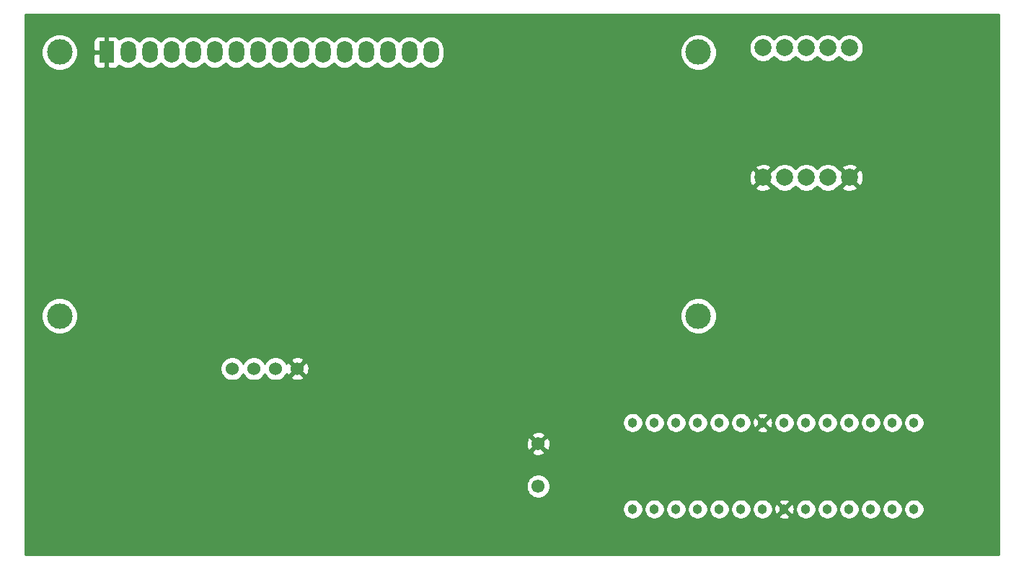
<source format=gbr>
G04 #@! TF.GenerationSoftware,KiCad,Pcbnew,(5.1.2)-1*
G04 #@! TF.CreationDate,2019-06-13T11:42:40+03:00*
G04 #@! TF.ProjectId,shema,7368656d-612e-46b6-9963-61645f706362,v.1.0*
G04 #@! TF.SameCoordinates,Original*
G04 #@! TF.FileFunction,Copper,L2,Bot*
G04 #@! TF.FilePolarity,Positive*
%FSLAX46Y46*%
G04 Gerber Fmt 4.6, Leading zero omitted, Abs format (unit mm)*
G04 Created by KiCad (PCBNEW (5.1.2)-1) date 2019-06-13 11:42:40*
%MOMM*%
%LPD*%
G04 APERTURE LIST*
%ADD10C,1.133000*%
%ADD11R,1.800000X2.600000*%
%ADD12O,1.800000X2.600000*%
%ADD13C,3.000000*%
%ADD14C,2.000000*%
%ADD15C,1.550000*%
%ADD16C,1.530000*%
%ADD17C,0.800000*%
%ADD18C,0.254000*%
G04 APERTURE END LIST*
D10*
X196410000Y-112120000D03*
X193870000Y-112120000D03*
X191330000Y-112120000D03*
X188790000Y-112120000D03*
X186250000Y-112120000D03*
X183710000Y-112120000D03*
X181170000Y-112120000D03*
X178630000Y-112120000D03*
X176090000Y-112120000D03*
X173550000Y-112120000D03*
X171010000Y-112120000D03*
X168470000Y-112120000D03*
X165930000Y-112120000D03*
X163390000Y-112120000D03*
X163390000Y-122280000D03*
X165930000Y-122280000D03*
X168470000Y-122280000D03*
X171010000Y-122280000D03*
X173550000Y-122280000D03*
X176090000Y-122280000D03*
X178630000Y-122280000D03*
X181170000Y-122280000D03*
X183710000Y-122280000D03*
X186250000Y-122280000D03*
X188790000Y-122280000D03*
X191330000Y-122280000D03*
X193870000Y-122280000D03*
X196410000Y-122280000D03*
D11*
X101600000Y-68580000D03*
D12*
X104140000Y-68580000D03*
X106680000Y-68580000D03*
X109220000Y-68580000D03*
X111760000Y-68580000D03*
X114300000Y-68580000D03*
X116840000Y-68580000D03*
X119380000Y-68580000D03*
X121920000Y-68580000D03*
X124460000Y-68580000D03*
X127000000Y-68580000D03*
X129540000Y-68580000D03*
X132080000Y-68580000D03*
X134620000Y-68580000D03*
X137160000Y-68580000D03*
X139700000Y-68580000D03*
D13*
X96100900Y-68580000D03*
X96100900Y-99580700D03*
X171099480Y-99580700D03*
X171100000Y-68580000D03*
D14*
X178689000Y-68072000D03*
X181229000Y-68072000D03*
X183769000Y-68072000D03*
X186309000Y-68072000D03*
X188849000Y-68072000D03*
X188849000Y-83312000D03*
X186309000Y-83312000D03*
X183769000Y-83312000D03*
X181229000Y-83312000D03*
X178689000Y-83312000D03*
D15*
X152300000Y-119600000D03*
X152300000Y-114600000D03*
D16*
X116374001Y-105780001D03*
X123994001Y-105780001D03*
X121454001Y-105780001D03*
X118914001Y-105780001D03*
D17*
X190870000Y-105940000D03*
X186060000Y-110570000D03*
X187590000Y-103010000D03*
X188450000Y-117090000D03*
X197780000Y-117200000D03*
X197630000Y-110930000D03*
X191050000Y-119550000D03*
X205850000Y-127170000D03*
X202660000Y-122750000D03*
X206000000Y-64520000D03*
X204500000Y-70540000D03*
X202540000Y-65250000D03*
X92590000Y-64660000D03*
X92650000Y-79530000D03*
X92490000Y-98020000D03*
X92620000Y-116640000D03*
X102660000Y-127200000D03*
X122440000Y-127200000D03*
X200950000Y-97810000D03*
X200430000Y-103890000D03*
X194770000Y-94130000D03*
X194770000Y-77210000D03*
X193340000Y-66500000D03*
X199350000Y-80270000D03*
X178480000Y-70130000D03*
X178440000Y-81190000D03*
X189020000Y-81270000D03*
X188790000Y-70310000D03*
X105570000Y-70700000D03*
X105690000Y-86270000D03*
X116820000Y-104070000D03*
X127020000Y-108350000D03*
X144760000Y-124780000D03*
X158790000Y-118470000D03*
X138120000Y-98020000D03*
X120170000Y-80070000D03*
X118210000Y-71330000D03*
X136880000Y-90190000D03*
X177450000Y-118020000D03*
X166880000Y-120190000D03*
X158800000Y-103390000D03*
X137790000Y-81930000D03*
D18*
G36*
X206350000Y-127610000D02*
G01*
X92100000Y-127610000D01*
X92100000Y-122161663D01*
X162188500Y-122161663D01*
X162188500Y-122398337D01*
X162234673Y-122630465D01*
X162325244Y-122849124D01*
X162456734Y-123045912D01*
X162624088Y-123213266D01*
X162820876Y-123344756D01*
X163039535Y-123435327D01*
X163271663Y-123481500D01*
X163508337Y-123481500D01*
X163740465Y-123435327D01*
X163959124Y-123344756D01*
X164155912Y-123213266D01*
X164323266Y-123045912D01*
X164454756Y-122849124D01*
X164545327Y-122630465D01*
X164591500Y-122398337D01*
X164591500Y-122161663D01*
X164728500Y-122161663D01*
X164728500Y-122398337D01*
X164774673Y-122630465D01*
X164865244Y-122849124D01*
X164996734Y-123045912D01*
X165164088Y-123213266D01*
X165360876Y-123344756D01*
X165579535Y-123435327D01*
X165811663Y-123481500D01*
X166048337Y-123481500D01*
X166280465Y-123435327D01*
X166499124Y-123344756D01*
X166695912Y-123213266D01*
X166863266Y-123045912D01*
X166994756Y-122849124D01*
X167085327Y-122630465D01*
X167131500Y-122398337D01*
X167131500Y-122161663D01*
X167268500Y-122161663D01*
X167268500Y-122398337D01*
X167314673Y-122630465D01*
X167405244Y-122849124D01*
X167536734Y-123045912D01*
X167704088Y-123213266D01*
X167900876Y-123344756D01*
X168119535Y-123435327D01*
X168351663Y-123481500D01*
X168588337Y-123481500D01*
X168820465Y-123435327D01*
X169039124Y-123344756D01*
X169235912Y-123213266D01*
X169403266Y-123045912D01*
X169534756Y-122849124D01*
X169625327Y-122630465D01*
X169671500Y-122398337D01*
X169671500Y-122161663D01*
X169808500Y-122161663D01*
X169808500Y-122398337D01*
X169854673Y-122630465D01*
X169945244Y-122849124D01*
X170076734Y-123045912D01*
X170244088Y-123213266D01*
X170440876Y-123344756D01*
X170659535Y-123435327D01*
X170891663Y-123481500D01*
X171128337Y-123481500D01*
X171360465Y-123435327D01*
X171579124Y-123344756D01*
X171775912Y-123213266D01*
X171943266Y-123045912D01*
X172074756Y-122849124D01*
X172165327Y-122630465D01*
X172211500Y-122398337D01*
X172211500Y-122161663D01*
X172348500Y-122161663D01*
X172348500Y-122398337D01*
X172394673Y-122630465D01*
X172485244Y-122849124D01*
X172616734Y-123045912D01*
X172784088Y-123213266D01*
X172980876Y-123344756D01*
X173199535Y-123435327D01*
X173431663Y-123481500D01*
X173668337Y-123481500D01*
X173900465Y-123435327D01*
X174119124Y-123344756D01*
X174315912Y-123213266D01*
X174483266Y-123045912D01*
X174614756Y-122849124D01*
X174705327Y-122630465D01*
X174751500Y-122398337D01*
X174751500Y-122161663D01*
X174888500Y-122161663D01*
X174888500Y-122398337D01*
X174934673Y-122630465D01*
X175025244Y-122849124D01*
X175156734Y-123045912D01*
X175324088Y-123213266D01*
X175520876Y-123344756D01*
X175739535Y-123435327D01*
X175971663Y-123481500D01*
X176208337Y-123481500D01*
X176440465Y-123435327D01*
X176659124Y-123344756D01*
X176855912Y-123213266D01*
X177023266Y-123045912D01*
X177154756Y-122849124D01*
X177245327Y-122630465D01*
X177291500Y-122398337D01*
X177291500Y-122161663D01*
X177428500Y-122161663D01*
X177428500Y-122398337D01*
X177474673Y-122630465D01*
X177565244Y-122849124D01*
X177696734Y-123045912D01*
X177864088Y-123213266D01*
X178060876Y-123344756D01*
X178279535Y-123435327D01*
X178511663Y-123481500D01*
X178748337Y-123481500D01*
X178980465Y-123435327D01*
X179199124Y-123344756D01*
X179395912Y-123213266D01*
X179503387Y-123105791D01*
X180523814Y-123105791D01*
X180567041Y-123325967D01*
X180782685Y-123423501D01*
X181013213Y-123477089D01*
X181249766Y-123484675D01*
X181483253Y-123445966D01*
X181704704Y-123362450D01*
X181772959Y-123325967D01*
X181816186Y-123105791D01*
X181170000Y-122459605D01*
X180523814Y-123105791D01*
X179503387Y-123105791D01*
X179563266Y-123045912D01*
X179694756Y-122849124D01*
X179785327Y-122630465D01*
X179831500Y-122398337D01*
X179831500Y-122359766D01*
X179965325Y-122359766D01*
X180004034Y-122593253D01*
X180087550Y-122814704D01*
X180124033Y-122882959D01*
X180344209Y-122926186D01*
X180990395Y-122280000D01*
X181349605Y-122280000D01*
X181995791Y-122926186D01*
X182215967Y-122882959D01*
X182313501Y-122667315D01*
X182367089Y-122436787D01*
X182374675Y-122200234D01*
X182368281Y-122161663D01*
X182508500Y-122161663D01*
X182508500Y-122398337D01*
X182554673Y-122630465D01*
X182645244Y-122849124D01*
X182776734Y-123045912D01*
X182944088Y-123213266D01*
X183140876Y-123344756D01*
X183359535Y-123435327D01*
X183591663Y-123481500D01*
X183828337Y-123481500D01*
X184060465Y-123435327D01*
X184279124Y-123344756D01*
X184475912Y-123213266D01*
X184643266Y-123045912D01*
X184774756Y-122849124D01*
X184865327Y-122630465D01*
X184911500Y-122398337D01*
X184911500Y-122161663D01*
X185048500Y-122161663D01*
X185048500Y-122398337D01*
X185094673Y-122630465D01*
X185185244Y-122849124D01*
X185316734Y-123045912D01*
X185484088Y-123213266D01*
X185680876Y-123344756D01*
X185899535Y-123435327D01*
X186131663Y-123481500D01*
X186368337Y-123481500D01*
X186600465Y-123435327D01*
X186819124Y-123344756D01*
X187015912Y-123213266D01*
X187183266Y-123045912D01*
X187314756Y-122849124D01*
X187405327Y-122630465D01*
X187451500Y-122398337D01*
X187451500Y-122161663D01*
X187588500Y-122161663D01*
X187588500Y-122398337D01*
X187634673Y-122630465D01*
X187725244Y-122849124D01*
X187856734Y-123045912D01*
X188024088Y-123213266D01*
X188220876Y-123344756D01*
X188439535Y-123435327D01*
X188671663Y-123481500D01*
X188908337Y-123481500D01*
X189140465Y-123435327D01*
X189359124Y-123344756D01*
X189555912Y-123213266D01*
X189723266Y-123045912D01*
X189854756Y-122849124D01*
X189945327Y-122630465D01*
X189991500Y-122398337D01*
X189991500Y-122161663D01*
X190128500Y-122161663D01*
X190128500Y-122398337D01*
X190174673Y-122630465D01*
X190265244Y-122849124D01*
X190396734Y-123045912D01*
X190564088Y-123213266D01*
X190760876Y-123344756D01*
X190979535Y-123435327D01*
X191211663Y-123481500D01*
X191448337Y-123481500D01*
X191680465Y-123435327D01*
X191899124Y-123344756D01*
X192095912Y-123213266D01*
X192263266Y-123045912D01*
X192394756Y-122849124D01*
X192485327Y-122630465D01*
X192531500Y-122398337D01*
X192531500Y-122161663D01*
X192668500Y-122161663D01*
X192668500Y-122398337D01*
X192714673Y-122630465D01*
X192805244Y-122849124D01*
X192936734Y-123045912D01*
X193104088Y-123213266D01*
X193300876Y-123344756D01*
X193519535Y-123435327D01*
X193751663Y-123481500D01*
X193988337Y-123481500D01*
X194220465Y-123435327D01*
X194439124Y-123344756D01*
X194635912Y-123213266D01*
X194803266Y-123045912D01*
X194934756Y-122849124D01*
X195025327Y-122630465D01*
X195071500Y-122398337D01*
X195071500Y-122161663D01*
X195208500Y-122161663D01*
X195208500Y-122398337D01*
X195254673Y-122630465D01*
X195345244Y-122849124D01*
X195476734Y-123045912D01*
X195644088Y-123213266D01*
X195840876Y-123344756D01*
X196059535Y-123435327D01*
X196291663Y-123481500D01*
X196528337Y-123481500D01*
X196760465Y-123435327D01*
X196979124Y-123344756D01*
X197175912Y-123213266D01*
X197343266Y-123045912D01*
X197474756Y-122849124D01*
X197565327Y-122630465D01*
X197611500Y-122398337D01*
X197611500Y-122161663D01*
X197565327Y-121929535D01*
X197474756Y-121710876D01*
X197343266Y-121514088D01*
X197175912Y-121346734D01*
X196979124Y-121215244D01*
X196760465Y-121124673D01*
X196528337Y-121078500D01*
X196291663Y-121078500D01*
X196059535Y-121124673D01*
X195840876Y-121215244D01*
X195644088Y-121346734D01*
X195476734Y-121514088D01*
X195345244Y-121710876D01*
X195254673Y-121929535D01*
X195208500Y-122161663D01*
X195071500Y-122161663D01*
X195025327Y-121929535D01*
X194934756Y-121710876D01*
X194803266Y-121514088D01*
X194635912Y-121346734D01*
X194439124Y-121215244D01*
X194220465Y-121124673D01*
X193988337Y-121078500D01*
X193751663Y-121078500D01*
X193519535Y-121124673D01*
X193300876Y-121215244D01*
X193104088Y-121346734D01*
X192936734Y-121514088D01*
X192805244Y-121710876D01*
X192714673Y-121929535D01*
X192668500Y-122161663D01*
X192531500Y-122161663D01*
X192485327Y-121929535D01*
X192394756Y-121710876D01*
X192263266Y-121514088D01*
X192095912Y-121346734D01*
X191899124Y-121215244D01*
X191680465Y-121124673D01*
X191448337Y-121078500D01*
X191211663Y-121078500D01*
X190979535Y-121124673D01*
X190760876Y-121215244D01*
X190564088Y-121346734D01*
X190396734Y-121514088D01*
X190265244Y-121710876D01*
X190174673Y-121929535D01*
X190128500Y-122161663D01*
X189991500Y-122161663D01*
X189945327Y-121929535D01*
X189854756Y-121710876D01*
X189723266Y-121514088D01*
X189555912Y-121346734D01*
X189359124Y-121215244D01*
X189140465Y-121124673D01*
X188908337Y-121078500D01*
X188671663Y-121078500D01*
X188439535Y-121124673D01*
X188220876Y-121215244D01*
X188024088Y-121346734D01*
X187856734Y-121514088D01*
X187725244Y-121710876D01*
X187634673Y-121929535D01*
X187588500Y-122161663D01*
X187451500Y-122161663D01*
X187405327Y-121929535D01*
X187314756Y-121710876D01*
X187183266Y-121514088D01*
X187015912Y-121346734D01*
X186819124Y-121215244D01*
X186600465Y-121124673D01*
X186368337Y-121078500D01*
X186131663Y-121078500D01*
X185899535Y-121124673D01*
X185680876Y-121215244D01*
X185484088Y-121346734D01*
X185316734Y-121514088D01*
X185185244Y-121710876D01*
X185094673Y-121929535D01*
X185048500Y-122161663D01*
X184911500Y-122161663D01*
X184865327Y-121929535D01*
X184774756Y-121710876D01*
X184643266Y-121514088D01*
X184475912Y-121346734D01*
X184279124Y-121215244D01*
X184060465Y-121124673D01*
X183828337Y-121078500D01*
X183591663Y-121078500D01*
X183359535Y-121124673D01*
X183140876Y-121215244D01*
X182944088Y-121346734D01*
X182776734Y-121514088D01*
X182645244Y-121710876D01*
X182554673Y-121929535D01*
X182508500Y-122161663D01*
X182368281Y-122161663D01*
X182335966Y-121966747D01*
X182252450Y-121745296D01*
X182215967Y-121677041D01*
X181995791Y-121633814D01*
X181349605Y-122280000D01*
X180990395Y-122280000D01*
X180344209Y-121633814D01*
X180124033Y-121677041D01*
X180026499Y-121892685D01*
X179972911Y-122123213D01*
X179965325Y-122359766D01*
X179831500Y-122359766D01*
X179831500Y-122161663D01*
X179785327Y-121929535D01*
X179694756Y-121710876D01*
X179563266Y-121514088D01*
X179503387Y-121454209D01*
X180523814Y-121454209D01*
X181170000Y-122100395D01*
X181816186Y-121454209D01*
X181772959Y-121234033D01*
X181557315Y-121136499D01*
X181326787Y-121082911D01*
X181090234Y-121075325D01*
X180856747Y-121114034D01*
X180635296Y-121197550D01*
X180567041Y-121234033D01*
X180523814Y-121454209D01*
X179503387Y-121454209D01*
X179395912Y-121346734D01*
X179199124Y-121215244D01*
X178980465Y-121124673D01*
X178748337Y-121078500D01*
X178511663Y-121078500D01*
X178279535Y-121124673D01*
X178060876Y-121215244D01*
X177864088Y-121346734D01*
X177696734Y-121514088D01*
X177565244Y-121710876D01*
X177474673Y-121929535D01*
X177428500Y-122161663D01*
X177291500Y-122161663D01*
X177245327Y-121929535D01*
X177154756Y-121710876D01*
X177023266Y-121514088D01*
X176855912Y-121346734D01*
X176659124Y-121215244D01*
X176440465Y-121124673D01*
X176208337Y-121078500D01*
X175971663Y-121078500D01*
X175739535Y-121124673D01*
X175520876Y-121215244D01*
X175324088Y-121346734D01*
X175156734Y-121514088D01*
X175025244Y-121710876D01*
X174934673Y-121929535D01*
X174888500Y-122161663D01*
X174751500Y-122161663D01*
X174705327Y-121929535D01*
X174614756Y-121710876D01*
X174483266Y-121514088D01*
X174315912Y-121346734D01*
X174119124Y-121215244D01*
X173900465Y-121124673D01*
X173668337Y-121078500D01*
X173431663Y-121078500D01*
X173199535Y-121124673D01*
X172980876Y-121215244D01*
X172784088Y-121346734D01*
X172616734Y-121514088D01*
X172485244Y-121710876D01*
X172394673Y-121929535D01*
X172348500Y-122161663D01*
X172211500Y-122161663D01*
X172165327Y-121929535D01*
X172074756Y-121710876D01*
X171943266Y-121514088D01*
X171775912Y-121346734D01*
X171579124Y-121215244D01*
X171360465Y-121124673D01*
X171128337Y-121078500D01*
X170891663Y-121078500D01*
X170659535Y-121124673D01*
X170440876Y-121215244D01*
X170244088Y-121346734D01*
X170076734Y-121514088D01*
X169945244Y-121710876D01*
X169854673Y-121929535D01*
X169808500Y-122161663D01*
X169671500Y-122161663D01*
X169625327Y-121929535D01*
X169534756Y-121710876D01*
X169403266Y-121514088D01*
X169235912Y-121346734D01*
X169039124Y-121215244D01*
X168820465Y-121124673D01*
X168588337Y-121078500D01*
X168351663Y-121078500D01*
X168119535Y-121124673D01*
X167900876Y-121215244D01*
X167704088Y-121346734D01*
X167536734Y-121514088D01*
X167405244Y-121710876D01*
X167314673Y-121929535D01*
X167268500Y-122161663D01*
X167131500Y-122161663D01*
X167085327Y-121929535D01*
X166994756Y-121710876D01*
X166863266Y-121514088D01*
X166695912Y-121346734D01*
X166499124Y-121215244D01*
X166280465Y-121124673D01*
X166048337Y-121078500D01*
X165811663Y-121078500D01*
X165579535Y-121124673D01*
X165360876Y-121215244D01*
X165164088Y-121346734D01*
X164996734Y-121514088D01*
X164865244Y-121710876D01*
X164774673Y-121929535D01*
X164728500Y-122161663D01*
X164591500Y-122161663D01*
X164545327Y-121929535D01*
X164454756Y-121710876D01*
X164323266Y-121514088D01*
X164155912Y-121346734D01*
X163959124Y-121215244D01*
X163740465Y-121124673D01*
X163508337Y-121078500D01*
X163271663Y-121078500D01*
X163039535Y-121124673D01*
X162820876Y-121215244D01*
X162624088Y-121346734D01*
X162456734Y-121514088D01*
X162325244Y-121710876D01*
X162234673Y-121929535D01*
X162188500Y-122161663D01*
X92100000Y-122161663D01*
X92100000Y-119461127D01*
X150890000Y-119461127D01*
X150890000Y-119738873D01*
X150944186Y-120011282D01*
X151050475Y-120267885D01*
X151204782Y-120498822D01*
X151401178Y-120695218D01*
X151632115Y-120849525D01*
X151888718Y-120955814D01*
X152161127Y-121010000D01*
X152438873Y-121010000D01*
X152711282Y-120955814D01*
X152967885Y-120849525D01*
X153198822Y-120695218D01*
X153395218Y-120498822D01*
X153549525Y-120267885D01*
X153655814Y-120011282D01*
X153710000Y-119738873D01*
X153710000Y-119461127D01*
X153655814Y-119188718D01*
X153549525Y-118932115D01*
X153395218Y-118701178D01*
X153198822Y-118504782D01*
X152967885Y-118350475D01*
X152711282Y-118244186D01*
X152438873Y-118190000D01*
X152161127Y-118190000D01*
X151888718Y-118244186D01*
X151632115Y-118350475D01*
X151401178Y-118504782D01*
X151204782Y-118701178D01*
X151050475Y-118932115D01*
X150944186Y-119188718D01*
X150890000Y-119461127D01*
X92100000Y-119461127D01*
X92100000Y-115574849D01*
X151504756Y-115574849D01*
X151573310Y-115816268D01*
X151824556Y-115934668D01*
X152094071Y-116001778D01*
X152371502Y-116015018D01*
X152646184Y-115973879D01*
X152907562Y-115879943D01*
X153026690Y-115816268D01*
X153095244Y-115574849D01*
X152300000Y-114779605D01*
X151504756Y-115574849D01*
X92100000Y-115574849D01*
X92100000Y-114671502D01*
X150884982Y-114671502D01*
X150926121Y-114946184D01*
X151020057Y-115207562D01*
X151083732Y-115326690D01*
X151325151Y-115395244D01*
X152120395Y-114600000D01*
X152479605Y-114600000D01*
X153274849Y-115395244D01*
X153516268Y-115326690D01*
X153634668Y-115075444D01*
X153701778Y-114805929D01*
X153715018Y-114528498D01*
X153673879Y-114253816D01*
X153579943Y-113992438D01*
X153516268Y-113873310D01*
X153274849Y-113804756D01*
X152479605Y-114600000D01*
X152120395Y-114600000D01*
X151325151Y-113804756D01*
X151083732Y-113873310D01*
X150965332Y-114124556D01*
X150898222Y-114394071D01*
X150884982Y-114671502D01*
X92100000Y-114671502D01*
X92100000Y-113625151D01*
X151504756Y-113625151D01*
X152300000Y-114420395D01*
X153095244Y-113625151D01*
X153026690Y-113383732D01*
X152775444Y-113265332D01*
X152505929Y-113198222D01*
X152228498Y-113184982D01*
X151953816Y-113226121D01*
X151692438Y-113320057D01*
X151573310Y-113383732D01*
X151504756Y-113625151D01*
X92100000Y-113625151D01*
X92100000Y-112001663D01*
X162188500Y-112001663D01*
X162188500Y-112238337D01*
X162234673Y-112470465D01*
X162325244Y-112689124D01*
X162456734Y-112885912D01*
X162624088Y-113053266D01*
X162820876Y-113184756D01*
X163039535Y-113275327D01*
X163271663Y-113321500D01*
X163508337Y-113321500D01*
X163740465Y-113275327D01*
X163959124Y-113184756D01*
X164155912Y-113053266D01*
X164323266Y-112885912D01*
X164454756Y-112689124D01*
X164545327Y-112470465D01*
X164591500Y-112238337D01*
X164591500Y-112001663D01*
X164728500Y-112001663D01*
X164728500Y-112238337D01*
X164774673Y-112470465D01*
X164865244Y-112689124D01*
X164996734Y-112885912D01*
X165164088Y-113053266D01*
X165360876Y-113184756D01*
X165579535Y-113275327D01*
X165811663Y-113321500D01*
X166048337Y-113321500D01*
X166280465Y-113275327D01*
X166499124Y-113184756D01*
X166695912Y-113053266D01*
X166863266Y-112885912D01*
X166994756Y-112689124D01*
X167085327Y-112470465D01*
X167131500Y-112238337D01*
X167131500Y-112001663D01*
X167268500Y-112001663D01*
X167268500Y-112238337D01*
X167314673Y-112470465D01*
X167405244Y-112689124D01*
X167536734Y-112885912D01*
X167704088Y-113053266D01*
X167900876Y-113184756D01*
X168119535Y-113275327D01*
X168351663Y-113321500D01*
X168588337Y-113321500D01*
X168820465Y-113275327D01*
X169039124Y-113184756D01*
X169235912Y-113053266D01*
X169403266Y-112885912D01*
X169534756Y-112689124D01*
X169625327Y-112470465D01*
X169671500Y-112238337D01*
X169671500Y-112001663D01*
X169808500Y-112001663D01*
X169808500Y-112238337D01*
X169854673Y-112470465D01*
X169945244Y-112689124D01*
X170076734Y-112885912D01*
X170244088Y-113053266D01*
X170440876Y-113184756D01*
X170659535Y-113275327D01*
X170891663Y-113321500D01*
X171128337Y-113321500D01*
X171360465Y-113275327D01*
X171579124Y-113184756D01*
X171775912Y-113053266D01*
X171943266Y-112885912D01*
X172074756Y-112689124D01*
X172165327Y-112470465D01*
X172211500Y-112238337D01*
X172211500Y-112001663D01*
X172348500Y-112001663D01*
X172348500Y-112238337D01*
X172394673Y-112470465D01*
X172485244Y-112689124D01*
X172616734Y-112885912D01*
X172784088Y-113053266D01*
X172980876Y-113184756D01*
X173199535Y-113275327D01*
X173431663Y-113321500D01*
X173668337Y-113321500D01*
X173900465Y-113275327D01*
X174119124Y-113184756D01*
X174315912Y-113053266D01*
X174483266Y-112885912D01*
X174614756Y-112689124D01*
X174705327Y-112470465D01*
X174751500Y-112238337D01*
X174751500Y-112001663D01*
X174888500Y-112001663D01*
X174888500Y-112238337D01*
X174934673Y-112470465D01*
X175025244Y-112689124D01*
X175156734Y-112885912D01*
X175324088Y-113053266D01*
X175520876Y-113184756D01*
X175739535Y-113275327D01*
X175971663Y-113321500D01*
X176208337Y-113321500D01*
X176440465Y-113275327D01*
X176659124Y-113184756D01*
X176855912Y-113053266D01*
X176963387Y-112945791D01*
X177983814Y-112945791D01*
X178027041Y-113165967D01*
X178242685Y-113263501D01*
X178473213Y-113317089D01*
X178709766Y-113324675D01*
X178943253Y-113285966D01*
X179164704Y-113202450D01*
X179232959Y-113165967D01*
X179276186Y-112945791D01*
X178630000Y-112299605D01*
X177983814Y-112945791D01*
X176963387Y-112945791D01*
X177023266Y-112885912D01*
X177154756Y-112689124D01*
X177245327Y-112470465D01*
X177291500Y-112238337D01*
X177291500Y-112199766D01*
X177425325Y-112199766D01*
X177464034Y-112433253D01*
X177547550Y-112654704D01*
X177584033Y-112722959D01*
X177804209Y-112766186D01*
X178450395Y-112120000D01*
X178809605Y-112120000D01*
X179455791Y-112766186D01*
X179675967Y-112722959D01*
X179773501Y-112507315D01*
X179827089Y-112276787D01*
X179834675Y-112040234D01*
X179828281Y-112001663D01*
X179968500Y-112001663D01*
X179968500Y-112238337D01*
X180014673Y-112470465D01*
X180105244Y-112689124D01*
X180236734Y-112885912D01*
X180404088Y-113053266D01*
X180600876Y-113184756D01*
X180819535Y-113275327D01*
X181051663Y-113321500D01*
X181288337Y-113321500D01*
X181520465Y-113275327D01*
X181739124Y-113184756D01*
X181935912Y-113053266D01*
X182103266Y-112885912D01*
X182234756Y-112689124D01*
X182325327Y-112470465D01*
X182371500Y-112238337D01*
X182371500Y-112001663D01*
X182508500Y-112001663D01*
X182508500Y-112238337D01*
X182554673Y-112470465D01*
X182645244Y-112689124D01*
X182776734Y-112885912D01*
X182944088Y-113053266D01*
X183140876Y-113184756D01*
X183359535Y-113275327D01*
X183591663Y-113321500D01*
X183828337Y-113321500D01*
X184060465Y-113275327D01*
X184279124Y-113184756D01*
X184475912Y-113053266D01*
X184643266Y-112885912D01*
X184774756Y-112689124D01*
X184865327Y-112470465D01*
X184911500Y-112238337D01*
X184911500Y-112001663D01*
X185048500Y-112001663D01*
X185048500Y-112238337D01*
X185094673Y-112470465D01*
X185185244Y-112689124D01*
X185316734Y-112885912D01*
X185484088Y-113053266D01*
X185680876Y-113184756D01*
X185899535Y-113275327D01*
X186131663Y-113321500D01*
X186368337Y-113321500D01*
X186600465Y-113275327D01*
X186819124Y-113184756D01*
X187015912Y-113053266D01*
X187183266Y-112885912D01*
X187314756Y-112689124D01*
X187405327Y-112470465D01*
X187451500Y-112238337D01*
X187451500Y-112001663D01*
X187588500Y-112001663D01*
X187588500Y-112238337D01*
X187634673Y-112470465D01*
X187725244Y-112689124D01*
X187856734Y-112885912D01*
X188024088Y-113053266D01*
X188220876Y-113184756D01*
X188439535Y-113275327D01*
X188671663Y-113321500D01*
X188908337Y-113321500D01*
X189140465Y-113275327D01*
X189359124Y-113184756D01*
X189555912Y-113053266D01*
X189723266Y-112885912D01*
X189854756Y-112689124D01*
X189945327Y-112470465D01*
X189991500Y-112238337D01*
X189991500Y-112001663D01*
X190128500Y-112001663D01*
X190128500Y-112238337D01*
X190174673Y-112470465D01*
X190265244Y-112689124D01*
X190396734Y-112885912D01*
X190564088Y-113053266D01*
X190760876Y-113184756D01*
X190979535Y-113275327D01*
X191211663Y-113321500D01*
X191448337Y-113321500D01*
X191680465Y-113275327D01*
X191899124Y-113184756D01*
X192095912Y-113053266D01*
X192263266Y-112885912D01*
X192394756Y-112689124D01*
X192485327Y-112470465D01*
X192531500Y-112238337D01*
X192531500Y-112001663D01*
X192668500Y-112001663D01*
X192668500Y-112238337D01*
X192714673Y-112470465D01*
X192805244Y-112689124D01*
X192936734Y-112885912D01*
X193104088Y-113053266D01*
X193300876Y-113184756D01*
X193519535Y-113275327D01*
X193751663Y-113321500D01*
X193988337Y-113321500D01*
X194220465Y-113275327D01*
X194439124Y-113184756D01*
X194635912Y-113053266D01*
X194803266Y-112885912D01*
X194934756Y-112689124D01*
X195025327Y-112470465D01*
X195071500Y-112238337D01*
X195071500Y-112001663D01*
X195208500Y-112001663D01*
X195208500Y-112238337D01*
X195254673Y-112470465D01*
X195345244Y-112689124D01*
X195476734Y-112885912D01*
X195644088Y-113053266D01*
X195840876Y-113184756D01*
X196059535Y-113275327D01*
X196291663Y-113321500D01*
X196528337Y-113321500D01*
X196760465Y-113275327D01*
X196979124Y-113184756D01*
X197175912Y-113053266D01*
X197343266Y-112885912D01*
X197474756Y-112689124D01*
X197565327Y-112470465D01*
X197611500Y-112238337D01*
X197611500Y-112001663D01*
X197565327Y-111769535D01*
X197474756Y-111550876D01*
X197343266Y-111354088D01*
X197175912Y-111186734D01*
X196979124Y-111055244D01*
X196760465Y-110964673D01*
X196528337Y-110918500D01*
X196291663Y-110918500D01*
X196059535Y-110964673D01*
X195840876Y-111055244D01*
X195644088Y-111186734D01*
X195476734Y-111354088D01*
X195345244Y-111550876D01*
X195254673Y-111769535D01*
X195208500Y-112001663D01*
X195071500Y-112001663D01*
X195025327Y-111769535D01*
X194934756Y-111550876D01*
X194803266Y-111354088D01*
X194635912Y-111186734D01*
X194439124Y-111055244D01*
X194220465Y-110964673D01*
X193988337Y-110918500D01*
X193751663Y-110918500D01*
X193519535Y-110964673D01*
X193300876Y-111055244D01*
X193104088Y-111186734D01*
X192936734Y-111354088D01*
X192805244Y-111550876D01*
X192714673Y-111769535D01*
X192668500Y-112001663D01*
X192531500Y-112001663D01*
X192485327Y-111769535D01*
X192394756Y-111550876D01*
X192263266Y-111354088D01*
X192095912Y-111186734D01*
X191899124Y-111055244D01*
X191680465Y-110964673D01*
X191448337Y-110918500D01*
X191211663Y-110918500D01*
X190979535Y-110964673D01*
X190760876Y-111055244D01*
X190564088Y-111186734D01*
X190396734Y-111354088D01*
X190265244Y-111550876D01*
X190174673Y-111769535D01*
X190128500Y-112001663D01*
X189991500Y-112001663D01*
X189945327Y-111769535D01*
X189854756Y-111550876D01*
X189723266Y-111354088D01*
X189555912Y-111186734D01*
X189359124Y-111055244D01*
X189140465Y-110964673D01*
X188908337Y-110918500D01*
X188671663Y-110918500D01*
X188439535Y-110964673D01*
X188220876Y-111055244D01*
X188024088Y-111186734D01*
X187856734Y-111354088D01*
X187725244Y-111550876D01*
X187634673Y-111769535D01*
X187588500Y-112001663D01*
X187451500Y-112001663D01*
X187405327Y-111769535D01*
X187314756Y-111550876D01*
X187183266Y-111354088D01*
X187015912Y-111186734D01*
X186819124Y-111055244D01*
X186600465Y-110964673D01*
X186368337Y-110918500D01*
X186131663Y-110918500D01*
X185899535Y-110964673D01*
X185680876Y-111055244D01*
X185484088Y-111186734D01*
X185316734Y-111354088D01*
X185185244Y-111550876D01*
X185094673Y-111769535D01*
X185048500Y-112001663D01*
X184911500Y-112001663D01*
X184865327Y-111769535D01*
X184774756Y-111550876D01*
X184643266Y-111354088D01*
X184475912Y-111186734D01*
X184279124Y-111055244D01*
X184060465Y-110964673D01*
X183828337Y-110918500D01*
X183591663Y-110918500D01*
X183359535Y-110964673D01*
X183140876Y-111055244D01*
X182944088Y-111186734D01*
X182776734Y-111354088D01*
X182645244Y-111550876D01*
X182554673Y-111769535D01*
X182508500Y-112001663D01*
X182371500Y-112001663D01*
X182325327Y-111769535D01*
X182234756Y-111550876D01*
X182103266Y-111354088D01*
X181935912Y-111186734D01*
X181739124Y-111055244D01*
X181520465Y-110964673D01*
X181288337Y-110918500D01*
X181051663Y-110918500D01*
X180819535Y-110964673D01*
X180600876Y-111055244D01*
X180404088Y-111186734D01*
X180236734Y-111354088D01*
X180105244Y-111550876D01*
X180014673Y-111769535D01*
X179968500Y-112001663D01*
X179828281Y-112001663D01*
X179795966Y-111806747D01*
X179712450Y-111585296D01*
X179675967Y-111517041D01*
X179455791Y-111473814D01*
X178809605Y-112120000D01*
X178450395Y-112120000D01*
X177804209Y-111473814D01*
X177584033Y-111517041D01*
X177486499Y-111732685D01*
X177432911Y-111963213D01*
X177425325Y-112199766D01*
X177291500Y-112199766D01*
X177291500Y-112001663D01*
X177245327Y-111769535D01*
X177154756Y-111550876D01*
X177023266Y-111354088D01*
X176963387Y-111294209D01*
X177983814Y-111294209D01*
X178630000Y-111940395D01*
X179276186Y-111294209D01*
X179232959Y-111074033D01*
X179017315Y-110976499D01*
X178786787Y-110922911D01*
X178550234Y-110915325D01*
X178316747Y-110954034D01*
X178095296Y-111037550D01*
X178027041Y-111074033D01*
X177983814Y-111294209D01*
X176963387Y-111294209D01*
X176855912Y-111186734D01*
X176659124Y-111055244D01*
X176440465Y-110964673D01*
X176208337Y-110918500D01*
X175971663Y-110918500D01*
X175739535Y-110964673D01*
X175520876Y-111055244D01*
X175324088Y-111186734D01*
X175156734Y-111354088D01*
X175025244Y-111550876D01*
X174934673Y-111769535D01*
X174888500Y-112001663D01*
X174751500Y-112001663D01*
X174705327Y-111769535D01*
X174614756Y-111550876D01*
X174483266Y-111354088D01*
X174315912Y-111186734D01*
X174119124Y-111055244D01*
X173900465Y-110964673D01*
X173668337Y-110918500D01*
X173431663Y-110918500D01*
X173199535Y-110964673D01*
X172980876Y-111055244D01*
X172784088Y-111186734D01*
X172616734Y-111354088D01*
X172485244Y-111550876D01*
X172394673Y-111769535D01*
X172348500Y-112001663D01*
X172211500Y-112001663D01*
X172165327Y-111769535D01*
X172074756Y-111550876D01*
X171943266Y-111354088D01*
X171775912Y-111186734D01*
X171579124Y-111055244D01*
X171360465Y-110964673D01*
X171128337Y-110918500D01*
X170891663Y-110918500D01*
X170659535Y-110964673D01*
X170440876Y-111055244D01*
X170244088Y-111186734D01*
X170076734Y-111354088D01*
X169945244Y-111550876D01*
X169854673Y-111769535D01*
X169808500Y-112001663D01*
X169671500Y-112001663D01*
X169625327Y-111769535D01*
X169534756Y-111550876D01*
X169403266Y-111354088D01*
X169235912Y-111186734D01*
X169039124Y-111055244D01*
X168820465Y-110964673D01*
X168588337Y-110918500D01*
X168351663Y-110918500D01*
X168119535Y-110964673D01*
X167900876Y-111055244D01*
X167704088Y-111186734D01*
X167536734Y-111354088D01*
X167405244Y-111550876D01*
X167314673Y-111769535D01*
X167268500Y-112001663D01*
X167131500Y-112001663D01*
X167085327Y-111769535D01*
X166994756Y-111550876D01*
X166863266Y-111354088D01*
X166695912Y-111186734D01*
X166499124Y-111055244D01*
X166280465Y-110964673D01*
X166048337Y-110918500D01*
X165811663Y-110918500D01*
X165579535Y-110964673D01*
X165360876Y-111055244D01*
X165164088Y-111186734D01*
X164996734Y-111354088D01*
X164865244Y-111550876D01*
X164774673Y-111769535D01*
X164728500Y-112001663D01*
X164591500Y-112001663D01*
X164545327Y-111769535D01*
X164454756Y-111550876D01*
X164323266Y-111354088D01*
X164155912Y-111186734D01*
X163959124Y-111055244D01*
X163740465Y-110964673D01*
X163508337Y-110918500D01*
X163271663Y-110918500D01*
X163039535Y-110964673D01*
X162820876Y-111055244D01*
X162624088Y-111186734D01*
X162456734Y-111354088D01*
X162325244Y-111550876D01*
X162234673Y-111769535D01*
X162188500Y-112001663D01*
X92100000Y-112001663D01*
X92100000Y-105642113D01*
X114974001Y-105642113D01*
X114974001Y-105917889D01*
X115027802Y-106188366D01*
X115133337Y-106443150D01*
X115286550Y-106672449D01*
X115481553Y-106867452D01*
X115710852Y-107020665D01*
X115965636Y-107126200D01*
X116236113Y-107180001D01*
X116511889Y-107180001D01*
X116782366Y-107126200D01*
X117037150Y-107020665D01*
X117266449Y-106867452D01*
X117461452Y-106672449D01*
X117614665Y-106443150D01*
X117644001Y-106372327D01*
X117673337Y-106443150D01*
X117826550Y-106672449D01*
X118021553Y-106867452D01*
X118250852Y-107020665D01*
X118505636Y-107126200D01*
X118776113Y-107180001D01*
X119051889Y-107180001D01*
X119322366Y-107126200D01*
X119577150Y-107020665D01*
X119806449Y-106867452D01*
X120001452Y-106672449D01*
X120154665Y-106443150D01*
X120184001Y-106372327D01*
X120213337Y-106443150D01*
X120366550Y-106672449D01*
X120561553Y-106867452D01*
X120790852Y-107020665D01*
X121045636Y-107126200D01*
X121316113Y-107180001D01*
X121591889Y-107180001D01*
X121862366Y-107126200D01*
X122117150Y-107020665D01*
X122346449Y-106867452D01*
X122466193Y-106747708D01*
X123205899Y-106747708D01*
X123273241Y-106988107D01*
X123522781Y-107105507D01*
X123790428Y-107171968D01*
X124065900Y-107184937D01*
X124338608Y-107143915D01*
X124598073Y-107050479D01*
X124714761Y-106988107D01*
X124782103Y-106747708D01*
X123994001Y-105959606D01*
X123205899Y-106747708D01*
X122466193Y-106747708D01*
X122541452Y-106672449D01*
X122694665Y-106443150D01*
X122721483Y-106378407D01*
X122723523Y-106384073D01*
X122785895Y-106500761D01*
X123026294Y-106568103D01*
X123814396Y-105780001D01*
X124173606Y-105780001D01*
X124961708Y-106568103D01*
X125202107Y-106500761D01*
X125319507Y-106251221D01*
X125385968Y-105983574D01*
X125398937Y-105708102D01*
X125357915Y-105435394D01*
X125264479Y-105175929D01*
X125202107Y-105059241D01*
X124961708Y-104991899D01*
X124173606Y-105780001D01*
X123814396Y-105780001D01*
X123026294Y-104991899D01*
X122785895Y-105059241D01*
X122724689Y-105189337D01*
X122694665Y-105116852D01*
X122541452Y-104887553D01*
X122466193Y-104812294D01*
X123205899Y-104812294D01*
X123994001Y-105600396D01*
X124782103Y-104812294D01*
X124714761Y-104571895D01*
X124465221Y-104454495D01*
X124197574Y-104388034D01*
X123922102Y-104375065D01*
X123649394Y-104416087D01*
X123389929Y-104509523D01*
X123273241Y-104571895D01*
X123205899Y-104812294D01*
X122466193Y-104812294D01*
X122346449Y-104692550D01*
X122117150Y-104539337D01*
X121862366Y-104433802D01*
X121591889Y-104380001D01*
X121316113Y-104380001D01*
X121045636Y-104433802D01*
X120790852Y-104539337D01*
X120561553Y-104692550D01*
X120366550Y-104887553D01*
X120213337Y-105116852D01*
X120184001Y-105187675D01*
X120154665Y-105116852D01*
X120001452Y-104887553D01*
X119806449Y-104692550D01*
X119577150Y-104539337D01*
X119322366Y-104433802D01*
X119051889Y-104380001D01*
X118776113Y-104380001D01*
X118505636Y-104433802D01*
X118250852Y-104539337D01*
X118021553Y-104692550D01*
X117826550Y-104887553D01*
X117673337Y-105116852D01*
X117644001Y-105187675D01*
X117614665Y-105116852D01*
X117461452Y-104887553D01*
X117266449Y-104692550D01*
X117037150Y-104539337D01*
X116782366Y-104433802D01*
X116511889Y-104380001D01*
X116236113Y-104380001D01*
X115965636Y-104433802D01*
X115710852Y-104539337D01*
X115481553Y-104692550D01*
X115286550Y-104887553D01*
X115133337Y-105116852D01*
X115027802Y-105371636D01*
X114974001Y-105642113D01*
X92100000Y-105642113D01*
X92100000Y-99370421D01*
X93965900Y-99370421D01*
X93965900Y-99790979D01*
X94047947Y-100203456D01*
X94208888Y-100592002D01*
X94442537Y-100941683D01*
X94739917Y-101239063D01*
X95089598Y-101472712D01*
X95478144Y-101633653D01*
X95890621Y-101715700D01*
X96311179Y-101715700D01*
X96723656Y-101633653D01*
X97112202Y-101472712D01*
X97461883Y-101239063D01*
X97759263Y-100941683D01*
X97992912Y-100592002D01*
X98153853Y-100203456D01*
X98235900Y-99790979D01*
X98235900Y-99370421D01*
X168964480Y-99370421D01*
X168964480Y-99790979D01*
X169046527Y-100203456D01*
X169207468Y-100592002D01*
X169441117Y-100941683D01*
X169738497Y-101239063D01*
X170088178Y-101472712D01*
X170476724Y-101633653D01*
X170889201Y-101715700D01*
X171309759Y-101715700D01*
X171722236Y-101633653D01*
X172110782Y-101472712D01*
X172460463Y-101239063D01*
X172757843Y-100941683D01*
X172991492Y-100592002D01*
X173152433Y-100203456D01*
X173234480Y-99790979D01*
X173234480Y-99370421D01*
X173152433Y-98957944D01*
X172991492Y-98569398D01*
X172757843Y-98219717D01*
X172460463Y-97922337D01*
X172110782Y-97688688D01*
X171722236Y-97527747D01*
X171309759Y-97445700D01*
X170889201Y-97445700D01*
X170476724Y-97527747D01*
X170088178Y-97688688D01*
X169738497Y-97922337D01*
X169441117Y-98219717D01*
X169207468Y-98569398D01*
X169046527Y-98957944D01*
X168964480Y-99370421D01*
X98235900Y-99370421D01*
X98153853Y-98957944D01*
X97992912Y-98569398D01*
X97759263Y-98219717D01*
X97461883Y-97922337D01*
X97112202Y-97688688D01*
X96723656Y-97527747D01*
X96311179Y-97445700D01*
X95890621Y-97445700D01*
X95478144Y-97527747D01*
X95089598Y-97688688D01*
X94739917Y-97922337D01*
X94442537Y-98219717D01*
X94208888Y-98569398D01*
X94047947Y-98957944D01*
X93965900Y-99370421D01*
X92100000Y-99370421D01*
X92100000Y-84447413D01*
X177733192Y-84447413D01*
X177828956Y-84711814D01*
X178118571Y-84852704D01*
X178430108Y-84934384D01*
X178751595Y-84953718D01*
X179070675Y-84909961D01*
X179375088Y-84804795D01*
X179549044Y-84711814D01*
X179644808Y-84447413D01*
X178689000Y-83491605D01*
X177733192Y-84447413D01*
X92100000Y-84447413D01*
X92100000Y-83374595D01*
X177047282Y-83374595D01*
X177091039Y-83693675D01*
X177196205Y-83998088D01*
X177289186Y-84172044D01*
X177553587Y-84267808D01*
X178509395Y-83312000D01*
X178868605Y-83312000D01*
X179824413Y-84267808D01*
X179886280Y-84245400D01*
X179959013Y-84354252D01*
X180186748Y-84581987D01*
X180454537Y-84760918D01*
X180752088Y-84884168D01*
X181067967Y-84947000D01*
X181390033Y-84947000D01*
X181705912Y-84884168D01*
X182003463Y-84760918D01*
X182271252Y-84581987D01*
X182498987Y-84354252D01*
X182499000Y-84354233D01*
X182499013Y-84354252D01*
X182726748Y-84581987D01*
X182994537Y-84760918D01*
X183292088Y-84884168D01*
X183607967Y-84947000D01*
X183930033Y-84947000D01*
X184245912Y-84884168D01*
X184543463Y-84760918D01*
X184811252Y-84581987D01*
X185038987Y-84354252D01*
X185039000Y-84354233D01*
X185039013Y-84354252D01*
X185266748Y-84581987D01*
X185534537Y-84760918D01*
X185832088Y-84884168D01*
X186147967Y-84947000D01*
X186470033Y-84947000D01*
X186785912Y-84884168D01*
X187083463Y-84760918D01*
X187351252Y-84581987D01*
X187485826Y-84447413D01*
X187893192Y-84447413D01*
X187988956Y-84711814D01*
X188278571Y-84852704D01*
X188590108Y-84934384D01*
X188911595Y-84953718D01*
X189230675Y-84909961D01*
X189535088Y-84804795D01*
X189709044Y-84711814D01*
X189804808Y-84447413D01*
X188849000Y-83491605D01*
X187893192Y-84447413D01*
X187485826Y-84447413D01*
X187578987Y-84354252D01*
X187651720Y-84245400D01*
X187713587Y-84267808D01*
X188669395Y-83312000D01*
X189028605Y-83312000D01*
X189984413Y-84267808D01*
X190248814Y-84172044D01*
X190389704Y-83882429D01*
X190471384Y-83570892D01*
X190490718Y-83249405D01*
X190446961Y-82930325D01*
X190341795Y-82625912D01*
X190248814Y-82451956D01*
X189984413Y-82356192D01*
X189028605Y-83312000D01*
X188669395Y-83312000D01*
X187713587Y-82356192D01*
X187651720Y-82378600D01*
X187578987Y-82269748D01*
X187485826Y-82176587D01*
X187893192Y-82176587D01*
X188849000Y-83132395D01*
X189804808Y-82176587D01*
X189709044Y-81912186D01*
X189419429Y-81771296D01*
X189107892Y-81689616D01*
X188786405Y-81670282D01*
X188467325Y-81714039D01*
X188162912Y-81819205D01*
X187988956Y-81912186D01*
X187893192Y-82176587D01*
X187485826Y-82176587D01*
X187351252Y-82042013D01*
X187083463Y-81863082D01*
X186785912Y-81739832D01*
X186470033Y-81677000D01*
X186147967Y-81677000D01*
X185832088Y-81739832D01*
X185534537Y-81863082D01*
X185266748Y-82042013D01*
X185039013Y-82269748D01*
X185039000Y-82269767D01*
X185038987Y-82269748D01*
X184811252Y-82042013D01*
X184543463Y-81863082D01*
X184245912Y-81739832D01*
X183930033Y-81677000D01*
X183607967Y-81677000D01*
X183292088Y-81739832D01*
X182994537Y-81863082D01*
X182726748Y-82042013D01*
X182499013Y-82269748D01*
X182499000Y-82269767D01*
X182498987Y-82269748D01*
X182271252Y-82042013D01*
X182003463Y-81863082D01*
X181705912Y-81739832D01*
X181390033Y-81677000D01*
X181067967Y-81677000D01*
X180752088Y-81739832D01*
X180454537Y-81863082D01*
X180186748Y-82042013D01*
X179959013Y-82269748D01*
X179886280Y-82378600D01*
X179824413Y-82356192D01*
X178868605Y-83312000D01*
X178509395Y-83312000D01*
X177553587Y-82356192D01*
X177289186Y-82451956D01*
X177148296Y-82741571D01*
X177066616Y-83053108D01*
X177047282Y-83374595D01*
X92100000Y-83374595D01*
X92100000Y-82176587D01*
X177733192Y-82176587D01*
X178689000Y-83132395D01*
X179644808Y-82176587D01*
X179549044Y-81912186D01*
X179259429Y-81771296D01*
X178947892Y-81689616D01*
X178626405Y-81670282D01*
X178307325Y-81714039D01*
X178002912Y-81819205D01*
X177828956Y-81912186D01*
X177733192Y-82176587D01*
X92100000Y-82176587D01*
X92100000Y-68369721D01*
X93965900Y-68369721D01*
X93965900Y-68790279D01*
X94047947Y-69202756D01*
X94208888Y-69591302D01*
X94442537Y-69940983D01*
X94739917Y-70238363D01*
X95089598Y-70472012D01*
X95478144Y-70632953D01*
X95890621Y-70715000D01*
X96311179Y-70715000D01*
X96723656Y-70632953D01*
X97112202Y-70472012D01*
X97461883Y-70238363D01*
X97759263Y-69940983D01*
X97800010Y-69880000D01*
X100061928Y-69880000D01*
X100074188Y-70004482D01*
X100110498Y-70124180D01*
X100169463Y-70234494D01*
X100248815Y-70331185D01*
X100345506Y-70410537D01*
X100455820Y-70469502D01*
X100575518Y-70505812D01*
X100700000Y-70518072D01*
X101314250Y-70515000D01*
X101473000Y-70356250D01*
X101473000Y-68707000D01*
X100223750Y-68707000D01*
X100065000Y-68865750D01*
X100061928Y-69880000D01*
X97800010Y-69880000D01*
X97992912Y-69591302D01*
X98153853Y-69202756D01*
X98235900Y-68790279D01*
X98235900Y-68369721D01*
X98153853Y-67957244D01*
X97992912Y-67568698D01*
X97800011Y-67280000D01*
X100061928Y-67280000D01*
X100065000Y-68294250D01*
X100223750Y-68453000D01*
X101473000Y-68453000D01*
X101473000Y-66803750D01*
X101727000Y-66803750D01*
X101727000Y-68453000D01*
X101747000Y-68453000D01*
X101747000Y-68707000D01*
X101727000Y-68707000D01*
X101727000Y-70356250D01*
X101885750Y-70515000D01*
X102500000Y-70518072D01*
X102624482Y-70505812D01*
X102744180Y-70469502D01*
X102854494Y-70410537D01*
X102951185Y-70331185D01*
X103030537Y-70234494D01*
X103089502Y-70124180D01*
X103094495Y-70107720D01*
X103283074Y-70262481D01*
X103549740Y-70405017D01*
X103839088Y-70492790D01*
X104140000Y-70522427D01*
X104440913Y-70492790D01*
X104730261Y-70405017D01*
X104996927Y-70262481D01*
X105230661Y-70070661D01*
X105410000Y-69852135D01*
X105589339Y-70070661D01*
X105823074Y-70262481D01*
X106089740Y-70405017D01*
X106379088Y-70492790D01*
X106680000Y-70522427D01*
X106980913Y-70492790D01*
X107270261Y-70405017D01*
X107536927Y-70262481D01*
X107770661Y-70070661D01*
X107950000Y-69852135D01*
X108129339Y-70070661D01*
X108363074Y-70262481D01*
X108629740Y-70405017D01*
X108919088Y-70492790D01*
X109220000Y-70522427D01*
X109520913Y-70492790D01*
X109810261Y-70405017D01*
X110076927Y-70262481D01*
X110310661Y-70070661D01*
X110490000Y-69852135D01*
X110669339Y-70070661D01*
X110903074Y-70262481D01*
X111169740Y-70405017D01*
X111459088Y-70492790D01*
X111760000Y-70522427D01*
X112060913Y-70492790D01*
X112350261Y-70405017D01*
X112616927Y-70262481D01*
X112850661Y-70070661D01*
X113030000Y-69852135D01*
X113209339Y-70070661D01*
X113443074Y-70262481D01*
X113709740Y-70405017D01*
X113999088Y-70492790D01*
X114300000Y-70522427D01*
X114600913Y-70492790D01*
X114890261Y-70405017D01*
X115156927Y-70262481D01*
X115390661Y-70070661D01*
X115570000Y-69852135D01*
X115749339Y-70070661D01*
X115983074Y-70262481D01*
X116249740Y-70405017D01*
X116539088Y-70492790D01*
X116840000Y-70522427D01*
X117140913Y-70492790D01*
X117430261Y-70405017D01*
X117696927Y-70262481D01*
X117930661Y-70070661D01*
X118110000Y-69852135D01*
X118289339Y-70070661D01*
X118523074Y-70262481D01*
X118789740Y-70405017D01*
X119079088Y-70492790D01*
X119380000Y-70522427D01*
X119680913Y-70492790D01*
X119970261Y-70405017D01*
X120236927Y-70262481D01*
X120470661Y-70070661D01*
X120650000Y-69852135D01*
X120829339Y-70070661D01*
X121063074Y-70262481D01*
X121329740Y-70405017D01*
X121619088Y-70492790D01*
X121920000Y-70522427D01*
X122220913Y-70492790D01*
X122510261Y-70405017D01*
X122776927Y-70262481D01*
X123010661Y-70070661D01*
X123190000Y-69852135D01*
X123369339Y-70070661D01*
X123603074Y-70262481D01*
X123869740Y-70405017D01*
X124159088Y-70492790D01*
X124460000Y-70522427D01*
X124760913Y-70492790D01*
X125050261Y-70405017D01*
X125316927Y-70262481D01*
X125550661Y-70070661D01*
X125730000Y-69852135D01*
X125909339Y-70070661D01*
X126143074Y-70262481D01*
X126409740Y-70405017D01*
X126699088Y-70492790D01*
X127000000Y-70522427D01*
X127300913Y-70492790D01*
X127590261Y-70405017D01*
X127856927Y-70262481D01*
X128090661Y-70070661D01*
X128270000Y-69852135D01*
X128449339Y-70070661D01*
X128683074Y-70262481D01*
X128949740Y-70405017D01*
X129239088Y-70492790D01*
X129540000Y-70522427D01*
X129840913Y-70492790D01*
X130130261Y-70405017D01*
X130396927Y-70262481D01*
X130630661Y-70070661D01*
X130810000Y-69852135D01*
X130989339Y-70070661D01*
X131223074Y-70262481D01*
X131489740Y-70405017D01*
X131779088Y-70492790D01*
X132080000Y-70522427D01*
X132380913Y-70492790D01*
X132670261Y-70405017D01*
X132936927Y-70262481D01*
X133170661Y-70070661D01*
X133350000Y-69852135D01*
X133529339Y-70070661D01*
X133763074Y-70262481D01*
X134029740Y-70405017D01*
X134319088Y-70492790D01*
X134620000Y-70522427D01*
X134920913Y-70492790D01*
X135210261Y-70405017D01*
X135476927Y-70262481D01*
X135710661Y-70070661D01*
X135890000Y-69852135D01*
X136069339Y-70070661D01*
X136303074Y-70262481D01*
X136569740Y-70405017D01*
X136859088Y-70492790D01*
X137160000Y-70522427D01*
X137460913Y-70492790D01*
X137750261Y-70405017D01*
X138016927Y-70262481D01*
X138250661Y-70070661D01*
X138430000Y-69852135D01*
X138609339Y-70070661D01*
X138843074Y-70262481D01*
X139109740Y-70405017D01*
X139399088Y-70492790D01*
X139700000Y-70522427D01*
X140000913Y-70492790D01*
X140290261Y-70405017D01*
X140556927Y-70262481D01*
X140790661Y-70070661D01*
X140982481Y-69836927D01*
X141125017Y-69570261D01*
X141212790Y-69280913D01*
X141235000Y-69055407D01*
X141235000Y-68369721D01*
X168965000Y-68369721D01*
X168965000Y-68790279D01*
X169047047Y-69202756D01*
X169207988Y-69591302D01*
X169441637Y-69940983D01*
X169739017Y-70238363D01*
X170088698Y-70472012D01*
X170477244Y-70632953D01*
X170889721Y-70715000D01*
X171310279Y-70715000D01*
X171722756Y-70632953D01*
X172111302Y-70472012D01*
X172460983Y-70238363D01*
X172758363Y-69940983D01*
X172992012Y-69591302D01*
X173152953Y-69202756D01*
X173235000Y-68790279D01*
X173235000Y-68369721D01*
X173152953Y-67957244D01*
X173133785Y-67910967D01*
X177054000Y-67910967D01*
X177054000Y-68233033D01*
X177116832Y-68548912D01*
X177240082Y-68846463D01*
X177419013Y-69114252D01*
X177646748Y-69341987D01*
X177914537Y-69520918D01*
X178212088Y-69644168D01*
X178527967Y-69707000D01*
X178850033Y-69707000D01*
X179165912Y-69644168D01*
X179463463Y-69520918D01*
X179731252Y-69341987D01*
X179958987Y-69114252D01*
X179959000Y-69114233D01*
X179959013Y-69114252D01*
X180186748Y-69341987D01*
X180454537Y-69520918D01*
X180752088Y-69644168D01*
X181067967Y-69707000D01*
X181390033Y-69707000D01*
X181705912Y-69644168D01*
X182003463Y-69520918D01*
X182271252Y-69341987D01*
X182498987Y-69114252D01*
X182499000Y-69114233D01*
X182499013Y-69114252D01*
X182726748Y-69341987D01*
X182994537Y-69520918D01*
X183292088Y-69644168D01*
X183607967Y-69707000D01*
X183930033Y-69707000D01*
X184245912Y-69644168D01*
X184543463Y-69520918D01*
X184811252Y-69341987D01*
X185038987Y-69114252D01*
X185039000Y-69114233D01*
X185039013Y-69114252D01*
X185266748Y-69341987D01*
X185534537Y-69520918D01*
X185832088Y-69644168D01*
X186147967Y-69707000D01*
X186470033Y-69707000D01*
X186785912Y-69644168D01*
X187083463Y-69520918D01*
X187351252Y-69341987D01*
X187578987Y-69114252D01*
X187579000Y-69114233D01*
X187579013Y-69114252D01*
X187806748Y-69341987D01*
X188074537Y-69520918D01*
X188372088Y-69644168D01*
X188687967Y-69707000D01*
X189010033Y-69707000D01*
X189325912Y-69644168D01*
X189623463Y-69520918D01*
X189891252Y-69341987D01*
X190118987Y-69114252D01*
X190297918Y-68846463D01*
X190421168Y-68548912D01*
X190484000Y-68233033D01*
X190484000Y-67910967D01*
X190421168Y-67595088D01*
X190297918Y-67297537D01*
X190118987Y-67029748D01*
X189891252Y-66802013D01*
X189623463Y-66623082D01*
X189325912Y-66499832D01*
X189010033Y-66437000D01*
X188687967Y-66437000D01*
X188372088Y-66499832D01*
X188074537Y-66623082D01*
X187806748Y-66802013D01*
X187579013Y-67029748D01*
X187579000Y-67029767D01*
X187578987Y-67029748D01*
X187351252Y-66802013D01*
X187083463Y-66623082D01*
X186785912Y-66499832D01*
X186470033Y-66437000D01*
X186147967Y-66437000D01*
X185832088Y-66499832D01*
X185534537Y-66623082D01*
X185266748Y-66802013D01*
X185039013Y-67029748D01*
X185039000Y-67029767D01*
X185038987Y-67029748D01*
X184811252Y-66802013D01*
X184543463Y-66623082D01*
X184245912Y-66499832D01*
X183930033Y-66437000D01*
X183607967Y-66437000D01*
X183292088Y-66499832D01*
X182994537Y-66623082D01*
X182726748Y-66802013D01*
X182499013Y-67029748D01*
X182499000Y-67029767D01*
X182498987Y-67029748D01*
X182271252Y-66802013D01*
X182003463Y-66623082D01*
X181705912Y-66499832D01*
X181390033Y-66437000D01*
X181067967Y-66437000D01*
X180752088Y-66499832D01*
X180454537Y-66623082D01*
X180186748Y-66802013D01*
X179959013Y-67029748D01*
X179959000Y-67029767D01*
X179958987Y-67029748D01*
X179731252Y-66802013D01*
X179463463Y-66623082D01*
X179165912Y-66499832D01*
X178850033Y-66437000D01*
X178527967Y-66437000D01*
X178212088Y-66499832D01*
X177914537Y-66623082D01*
X177646748Y-66802013D01*
X177419013Y-67029748D01*
X177240082Y-67297537D01*
X177116832Y-67595088D01*
X177054000Y-67910967D01*
X173133785Y-67910967D01*
X172992012Y-67568698D01*
X172758363Y-67219017D01*
X172460983Y-66921637D01*
X172111302Y-66687988D01*
X171722756Y-66527047D01*
X171310279Y-66445000D01*
X170889721Y-66445000D01*
X170477244Y-66527047D01*
X170088698Y-66687988D01*
X169739017Y-66921637D01*
X169441637Y-67219017D01*
X169207988Y-67568698D01*
X169047047Y-67957244D01*
X168965000Y-68369721D01*
X141235000Y-68369721D01*
X141235000Y-68104592D01*
X141212790Y-67879087D01*
X141125017Y-67589739D01*
X140982481Y-67323073D01*
X140790661Y-67089339D01*
X140556926Y-66897519D01*
X140290260Y-66754983D01*
X140000912Y-66667210D01*
X139700000Y-66637573D01*
X139399087Y-66667210D01*
X139109739Y-66754983D01*
X138843073Y-66897519D01*
X138609339Y-67089339D01*
X138430000Y-67307865D01*
X138250661Y-67089339D01*
X138016926Y-66897519D01*
X137750260Y-66754983D01*
X137460912Y-66667210D01*
X137160000Y-66637573D01*
X136859087Y-66667210D01*
X136569739Y-66754983D01*
X136303073Y-66897519D01*
X136069339Y-67089339D01*
X135890000Y-67307865D01*
X135710661Y-67089339D01*
X135476926Y-66897519D01*
X135210260Y-66754983D01*
X134920912Y-66667210D01*
X134620000Y-66637573D01*
X134319087Y-66667210D01*
X134029739Y-66754983D01*
X133763073Y-66897519D01*
X133529339Y-67089339D01*
X133350000Y-67307865D01*
X133170661Y-67089339D01*
X132936926Y-66897519D01*
X132670260Y-66754983D01*
X132380912Y-66667210D01*
X132080000Y-66637573D01*
X131779087Y-66667210D01*
X131489739Y-66754983D01*
X131223073Y-66897519D01*
X130989339Y-67089339D01*
X130810000Y-67307865D01*
X130630661Y-67089339D01*
X130396926Y-66897519D01*
X130130260Y-66754983D01*
X129840912Y-66667210D01*
X129540000Y-66637573D01*
X129239087Y-66667210D01*
X128949739Y-66754983D01*
X128683073Y-66897519D01*
X128449339Y-67089339D01*
X128270000Y-67307865D01*
X128090661Y-67089339D01*
X127856926Y-66897519D01*
X127590260Y-66754983D01*
X127300912Y-66667210D01*
X127000000Y-66637573D01*
X126699087Y-66667210D01*
X126409739Y-66754983D01*
X126143073Y-66897519D01*
X125909339Y-67089339D01*
X125730000Y-67307865D01*
X125550661Y-67089339D01*
X125316926Y-66897519D01*
X125050260Y-66754983D01*
X124760912Y-66667210D01*
X124460000Y-66637573D01*
X124159087Y-66667210D01*
X123869739Y-66754983D01*
X123603073Y-66897519D01*
X123369339Y-67089339D01*
X123190000Y-67307865D01*
X123010661Y-67089339D01*
X122776926Y-66897519D01*
X122510260Y-66754983D01*
X122220912Y-66667210D01*
X121920000Y-66637573D01*
X121619087Y-66667210D01*
X121329739Y-66754983D01*
X121063073Y-66897519D01*
X120829339Y-67089339D01*
X120650000Y-67307865D01*
X120470661Y-67089339D01*
X120236926Y-66897519D01*
X119970260Y-66754983D01*
X119680912Y-66667210D01*
X119380000Y-66637573D01*
X119079087Y-66667210D01*
X118789739Y-66754983D01*
X118523073Y-66897519D01*
X118289339Y-67089339D01*
X118110000Y-67307865D01*
X117930661Y-67089339D01*
X117696926Y-66897519D01*
X117430260Y-66754983D01*
X117140912Y-66667210D01*
X116840000Y-66637573D01*
X116539087Y-66667210D01*
X116249739Y-66754983D01*
X115983073Y-66897519D01*
X115749339Y-67089339D01*
X115570000Y-67307865D01*
X115390661Y-67089339D01*
X115156926Y-66897519D01*
X114890260Y-66754983D01*
X114600912Y-66667210D01*
X114300000Y-66637573D01*
X113999087Y-66667210D01*
X113709739Y-66754983D01*
X113443073Y-66897519D01*
X113209339Y-67089339D01*
X113030000Y-67307865D01*
X112850661Y-67089339D01*
X112616926Y-66897519D01*
X112350260Y-66754983D01*
X112060912Y-66667210D01*
X111760000Y-66637573D01*
X111459087Y-66667210D01*
X111169739Y-66754983D01*
X110903073Y-66897519D01*
X110669339Y-67089339D01*
X110490000Y-67307865D01*
X110310661Y-67089339D01*
X110076926Y-66897519D01*
X109810260Y-66754983D01*
X109520912Y-66667210D01*
X109220000Y-66637573D01*
X108919087Y-66667210D01*
X108629739Y-66754983D01*
X108363073Y-66897519D01*
X108129339Y-67089339D01*
X107950000Y-67307865D01*
X107770661Y-67089339D01*
X107536926Y-66897519D01*
X107270260Y-66754983D01*
X106980912Y-66667210D01*
X106680000Y-66637573D01*
X106379087Y-66667210D01*
X106089739Y-66754983D01*
X105823073Y-66897519D01*
X105589339Y-67089339D01*
X105410000Y-67307865D01*
X105230661Y-67089339D01*
X104996926Y-66897519D01*
X104730260Y-66754983D01*
X104440912Y-66667210D01*
X104140000Y-66637573D01*
X103839087Y-66667210D01*
X103549739Y-66754983D01*
X103283073Y-66897519D01*
X103094495Y-67052280D01*
X103089502Y-67035820D01*
X103030537Y-66925506D01*
X102951185Y-66828815D01*
X102854494Y-66749463D01*
X102744180Y-66690498D01*
X102624482Y-66654188D01*
X102500000Y-66641928D01*
X101885750Y-66645000D01*
X101727000Y-66803750D01*
X101473000Y-66803750D01*
X101314250Y-66645000D01*
X100700000Y-66641928D01*
X100575518Y-66654188D01*
X100455820Y-66690498D01*
X100345506Y-66749463D01*
X100248815Y-66828815D01*
X100169463Y-66925506D01*
X100110498Y-67035820D01*
X100074188Y-67155518D01*
X100061928Y-67280000D01*
X97800011Y-67280000D01*
X97759263Y-67219017D01*
X97461883Y-66921637D01*
X97112202Y-66687988D01*
X96723656Y-66527047D01*
X96311179Y-66445000D01*
X95890621Y-66445000D01*
X95478144Y-66527047D01*
X95089598Y-66687988D01*
X94739917Y-66921637D01*
X94442537Y-67219017D01*
X94208888Y-67568698D01*
X94047947Y-67957244D01*
X93965900Y-68369721D01*
X92100000Y-68369721D01*
X92100000Y-64160000D01*
X206350001Y-64160000D01*
X206350000Y-127610000D01*
X206350000Y-127610000D01*
G37*
X206350000Y-127610000D02*
X92100000Y-127610000D01*
X92100000Y-122161663D01*
X162188500Y-122161663D01*
X162188500Y-122398337D01*
X162234673Y-122630465D01*
X162325244Y-122849124D01*
X162456734Y-123045912D01*
X162624088Y-123213266D01*
X162820876Y-123344756D01*
X163039535Y-123435327D01*
X163271663Y-123481500D01*
X163508337Y-123481500D01*
X163740465Y-123435327D01*
X163959124Y-123344756D01*
X164155912Y-123213266D01*
X164323266Y-123045912D01*
X164454756Y-122849124D01*
X164545327Y-122630465D01*
X164591500Y-122398337D01*
X164591500Y-122161663D01*
X164728500Y-122161663D01*
X164728500Y-122398337D01*
X164774673Y-122630465D01*
X164865244Y-122849124D01*
X164996734Y-123045912D01*
X165164088Y-123213266D01*
X165360876Y-123344756D01*
X165579535Y-123435327D01*
X165811663Y-123481500D01*
X166048337Y-123481500D01*
X166280465Y-123435327D01*
X166499124Y-123344756D01*
X166695912Y-123213266D01*
X166863266Y-123045912D01*
X166994756Y-122849124D01*
X167085327Y-122630465D01*
X167131500Y-122398337D01*
X167131500Y-122161663D01*
X167268500Y-122161663D01*
X167268500Y-122398337D01*
X167314673Y-122630465D01*
X167405244Y-122849124D01*
X167536734Y-123045912D01*
X167704088Y-123213266D01*
X167900876Y-123344756D01*
X168119535Y-123435327D01*
X168351663Y-123481500D01*
X168588337Y-123481500D01*
X168820465Y-123435327D01*
X169039124Y-123344756D01*
X169235912Y-123213266D01*
X169403266Y-123045912D01*
X169534756Y-122849124D01*
X169625327Y-122630465D01*
X169671500Y-122398337D01*
X169671500Y-122161663D01*
X169808500Y-122161663D01*
X169808500Y-122398337D01*
X169854673Y-122630465D01*
X169945244Y-122849124D01*
X170076734Y-123045912D01*
X170244088Y-123213266D01*
X170440876Y-123344756D01*
X170659535Y-123435327D01*
X170891663Y-123481500D01*
X171128337Y-123481500D01*
X171360465Y-123435327D01*
X171579124Y-123344756D01*
X171775912Y-123213266D01*
X171943266Y-123045912D01*
X172074756Y-122849124D01*
X172165327Y-122630465D01*
X172211500Y-122398337D01*
X172211500Y-122161663D01*
X172348500Y-122161663D01*
X172348500Y-122398337D01*
X172394673Y-122630465D01*
X172485244Y-122849124D01*
X172616734Y-123045912D01*
X172784088Y-123213266D01*
X172980876Y-123344756D01*
X173199535Y-123435327D01*
X173431663Y-123481500D01*
X173668337Y-123481500D01*
X173900465Y-123435327D01*
X174119124Y-123344756D01*
X174315912Y-123213266D01*
X174483266Y-123045912D01*
X174614756Y-122849124D01*
X174705327Y-122630465D01*
X174751500Y-122398337D01*
X174751500Y-122161663D01*
X174888500Y-122161663D01*
X174888500Y-122398337D01*
X174934673Y-122630465D01*
X175025244Y-122849124D01*
X175156734Y-123045912D01*
X175324088Y-123213266D01*
X175520876Y-123344756D01*
X175739535Y-123435327D01*
X175971663Y-123481500D01*
X176208337Y-123481500D01*
X176440465Y-123435327D01*
X176659124Y-123344756D01*
X176855912Y-123213266D01*
X177023266Y-123045912D01*
X177154756Y-122849124D01*
X177245327Y-122630465D01*
X177291500Y-122398337D01*
X177291500Y-122161663D01*
X177428500Y-122161663D01*
X177428500Y-122398337D01*
X177474673Y-122630465D01*
X177565244Y-122849124D01*
X177696734Y-123045912D01*
X177864088Y-123213266D01*
X178060876Y-123344756D01*
X178279535Y-123435327D01*
X178511663Y-123481500D01*
X178748337Y-123481500D01*
X178980465Y-123435327D01*
X179199124Y-123344756D01*
X179395912Y-123213266D01*
X179503387Y-123105791D01*
X180523814Y-123105791D01*
X180567041Y-123325967D01*
X180782685Y-123423501D01*
X181013213Y-123477089D01*
X181249766Y-123484675D01*
X181483253Y-123445966D01*
X181704704Y-123362450D01*
X181772959Y-123325967D01*
X181816186Y-123105791D01*
X181170000Y-122459605D01*
X180523814Y-123105791D01*
X179503387Y-123105791D01*
X179563266Y-123045912D01*
X179694756Y-122849124D01*
X179785327Y-122630465D01*
X179831500Y-122398337D01*
X179831500Y-122359766D01*
X179965325Y-122359766D01*
X180004034Y-122593253D01*
X180087550Y-122814704D01*
X180124033Y-122882959D01*
X180344209Y-122926186D01*
X180990395Y-122280000D01*
X181349605Y-122280000D01*
X181995791Y-122926186D01*
X182215967Y-122882959D01*
X182313501Y-122667315D01*
X182367089Y-122436787D01*
X182374675Y-122200234D01*
X182368281Y-122161663D01*
X182508500Y-122161663D01*
X182508500Y-122398337D01*
X182554673Y-122630465D01*
X182645244Y-122849124D01*
X182776734Y-123045912D01*
X182944088Y-123213266D01*
X183140876Y-123344756D01*
X183359535Y-123435327D01*
X183591663Y-123481500D01*
X183828337Y-123481500D01*
X184060465Y-123435327D01*
X184279124Y-123344756D01*
X184475912Y-123213266D01*
X184643266Y-123045912D01*
X184774756Y-122849124D01*
X184865327Y-122630465D01*
X184911500Y-122398337D01*
X184911500Y-122161663D01*
X185048500Y-122161663D01*
X185048500Y-122398337D01*
X185094673Y-122630465D01*
X185185244Y-122849124D01*
X185316734Y-123045912D01*
X185484088Y-123213266D01*
X185680876Y-123344756D01*
X185899535Y-123435327D01*
X186131663Y-123481500D01*
X186368337Y-123481500D01*
X186600465Y-123435327D01*
X186819124Y-123344756D01*
X187015912Y-123213266D01*
X187183266Y-123045912D01*
X187314756Y-122849124D01*
X187405327Y-122630465D01*
X187451500Y-122398337D01*
X187451500Y-122161663D01*
X187588500Y-122161663D01*
X187588500Y-122398337D01*
X187634673Y-122630465D01*
X187725244Y-122849124D01*
X187856734Y-123045912D01*
X188024088Y-123213266D01*
X188220876Y-123344756D01*
X188439535Y-123435327D01*
X188671663Y-123481500D01*
X188908337Y-123481500D01*
X189140465Y-123435327D01*
X189359124Y-123344756D01*
X189555912Y-123213266D01*
X189723266Y-123045912D01*
X189854756Y-122849124D01*
X189945327Y-122630465D01*
X189991500Y-122398337D01*
X189991500Y-122161663D01*
X190128500Y-122161663D01*
X190128500Y-122398337D01*
X190174673Y-122630465D01*
X190265244Y-122849124D01*
X190396734Y-123045912D01*
X190564088Y-123213266D01*
X190760876Y-123344756D01*
X190979535Y-123435327D01*
X191211663Y-123481500D01*
X191448337Y-123481500D01*
X191680465Y-123435327D01*
X191899124Y-123344756D01*
X192095912Y-123213266D01*
X192263266Y-123045912D01*
X192394756Y-122849124D01*
X192485327Y-122630465D01*
X192531500Y-122398337D01*
X192531500Y-122161663D01*
X192668500Y-122161663D01*
X192668500Y-122398337D01*
X192714673Y-122630465D01*
X192805244Y-122849124D01*
X192936734Y-123045912D01*
X193104088Y-123213266D01*
X193300876Y-123344756D01*
X193519535Y-123435327D01*
X193751663Y-123481500D01*
X193988337Y-123481500D01*
X194220465Y-123435327D01*
X194439124Y-123344756D01*
X194635912Y-123213266D01*
X194803266Y-123045912D01*
X194934756Y-122849124D01*
X195025327Y-122630465D01*
X195071500Y-122398337D01*
X195071500Y-122161663D01*
X195208500Y-122161663D01*
X195208500Y-122398337D01*
X195254673Y-122630465D01*
X195345244Y-122849124D01*
X195476734Y-123045912D01*
X195644088Y-123213266D01*
X195840876Y-123344756D01*
X196059535Y-123435327D01*
X196291663Y-123481500D01*
X196528337Y-123481500D01*
X196760465Y-123435327D01*
X196979124Y-123344756D01*
X197175912Y-123213266D01*
X197343266Y-123045912D01*
X197474756Y-122849124D01*
X197565327Y-122630465D01*
X197611500Y-122398337D01*
X197611500Y-122161663D01*
X197565327Y-121929535D01*
X197474756Y-121710876D01*
X197343266Y-121514088D01*
X197175912Y-121346734D01*
X196979124Y-121215244D01*
X196760465Y-121124673D01*
X196528337Y-121078500D01*
X196291663Y-121078500D01*
X196059535Y-121124673D01*
X195840876Y-121215244D01*
X195644088Y-121346734D01*
X195476734Y-121514088D01*
X195345244Y-121710876D01*
X195254673Y-121929535D01*
X195208500Y-122161663D01*
X195071500Y-122161663D01*
X195025327Y-121929535D01*
X194934756Y-121710876D01*
X194803266Y-121514088D01*
X194635912Y-121346734D01*
X194439124Y-121215244D01*
X194220465Y-121124673D01*
X193988337Y-121078500D01*
X193751663Y-121078500D01*
X193519535Y-121124673D01*
X193300876Y-121215244D01*
X193104088Y-121346734D01*
X192936734Y-121514088D01*
X192805244Y-121710876D01*
X192714673Y-121929535D01*
X192668500Y-122161663D01*
X192531500Y-122161663D01*
X192485327Y-121929535D01*
X192394756Y-121710876D01*
X192263266Y-121514088D01*
X192095912Y-121346734D01*
X191899124Y-121215244D01*
X191680465Y-121124673D01*
X191448337Y-121078500D01*
X191211663Y-121078500D01*
X190979535Y-121124673D01*
X190760876Y-121215244D01*
X190564088Y-121346734D01*
X190396734Y-121514088D01*
X190265244Y-121710876D01*
X190174673Y-121929535D01*
X190128500Y-122161663D01*
X189991500Y-122161663D01*
X189945327Y-121929535D01*
X189854756Y-121710876D01*
X189723266Y-121514088D01*
X189555912Y-121346734D01*
X189359124Y-121215244D01*
X189140465Y-121124673D01*
X188908337Y-121078500D01*
X188671663Y-121078500D01*
X188439535Y-121124673D01*
X188220876Y-121215244D01*
X188024088Y-121346734D01*
X187856734Y-121514088D01*
X187725244Y-121710876D01*
X187634673Y-121929535D01*
X187588500Y-122161663D01*
X187451500Y-122161663D01*
X187405327Y-121929535D01*
X187314756Y-121710876D01*
X187183266Y-121514088D01*
X187015912Y-121346734D01*
X186819124Y-121215244D01*
X186600465Y-121124673D01*
X186368337Y-121078500D01*
X186131663Y-121078500D01*
X185899535Y-121124673D01*
X185680876Y-121215244D01*
X185484088Y-121346734D01*
X185316734Y-121514088D01*
X185185244Y-121710876D01*
X185094673Y-121929535D01*
X185048500Y-122161663D01*
X184911500Y-122161663D01*
X184865327Y-121929535D01*
X184774756Y-121710876D01*
X184643266Y-121514088D01*
X184475912Y-121346734D01*
X184279124Y-121215244D01*
X184060465Y-121124673D01*
X183828337Y-121078500D01*
X183591663Y-121078500D01*
X183359535Y-121124673D01*
X183140876Y-121215244D01*
X182944088Y-121346734D01*
X182776734Y-121514088D01*
X182645244Y-121710876D01*
X182554673Y-121929535D01*
X182508500Y-122161663D01*
X182368281Y-122161663D01*
X182335966Y-121966747D01*
X182252450Y-121745296D01*
X182215967Y-121677041D01*
X181995791Y-121633814D01*
X181349605Y-122280000D01*
X180990395Y-122280000D01*
X180344209Y-121633814D01*
X180124033Y-121677041D01*
X180026499Y-121892685D01*
X179972911Y-122123213D01*
X179965325Y-122359766D01*
X179831500Y-122359766D01*
X179831500Y-122161663D01*
X179785327Y-121929535D01*
X179694756Y-121710876D01*
X179563266Y-121514088D01*
X179503387Y-121454209D01*
X180523814Y-121454209D01*
X181170000Y-122100395D01*
X181816186Y-121454209D01*
X181772959Y-121234033D01*
X181557315Y-121136499D01*
X181326787Y-121082911D01*
X181090234Y-121075325D01*
X180856747Y-121114034D01*
X180635296Y-121197550D01*
X180567041Y-121234033D01*
X180523814Y-121454209D01*
X179503387Y-121454209D01*
X179395912Y-121346734D01*
X179199124Y-121215244D01*
X178980465Y-121124673D01*
X178748337Y-121078500D01*
X178511663Y-121078500D01*
X178279535Y-121124673D01*
X178060876Y-121215244D01*
X177864088Y-121346734D01*
X177696734Y-121514088D01*
X177565244Y-121710876D01*
X177474673Y-121929535D01*
X177428500Y-122161663D01*
X177291500Y-122161663D01*
X177245327Y-121929535D01*
X177154756Y-121710876D01*
X177023266Y-121514088D01*
X176855912Y-121346734D01*
X176659124Y-121215244D01*
X176440465Y-121124673D01*
X176208337Y-121078500D01*
X175971663Y-121078500D01*
X175739535Y-121124673D01*
X175520876Y-121215244D01*
X175324088Y-121346734D01*
X175156734Y-121514088D01*
X175025244Y-121710876D01*
X174934673Y-121929535D01*
X174888500Y-122161663D01*
X174751500Y-122161663D01*
X174705327Y-121929535D01*
X174614756Y-121710876D01*
X174483266Y-121514088D01*
X174315912Y-121346734D01*
X174119124Y-121215244D01*
X173900465Y-121124673D01*
X173668337Y-121078500D01*
X173431663Y-121078500D01*
X173199535Y-121124673D01*
X172980876Y-121215244D01*
X172784088Y-121346734D01*
X172616734Y-121514088D01*
X172485244Y-121710876D01*
X172394673Y-121929535D01*
X172348500Y-122161663D01*
X172211500Y-122161663D01*
X172165327Y-121929535D01*
X172074756Y-121710876D01*
X171943266Y-121514088D01*
X171775912Y-121346734D01*
X171579124Y-121215244D01*
X171360465Y-121124673D01*
X171128337Y-121078500D01*
X170891663Y-121078500D01*
X170659535Y-121124673D01*
X170440876Y-121215244D01*
X170244088Y-121346734D01*
X170076734Y-121514088D01*
X169945244Y-121710876D01*
X169854673Y-121929535D01*
X169808500Y-122161663D01*
X169671500Y-122161663D01*
X169625327Y-121929535D01*
X169534756Y-121710876D01*
X169403266Y-121514088D01*
X169235912Y-121346734D01*
X169039124Y-121215244D01*
X168820465Y-121124673D01*
X168588337Y-121078500D01*
X168351663Y-121078500D01*
X168119535Y-121124673D01*
X167900876Y-121215244D01*
X167704088Y-121346734D01*
X167536734Y-121514088D01*
X167405244Y-121710876D01*
X167314673Y-121929535D01*
X167268500Y-122161663D01*
X167131500Y-122161663D01*
X167085327Y-121929535D01*
X166994756Y-121710876D01*
X166863266Y-121514088D01*
X166695912Y-121346734D01*
X166499124Y-121215244D01*
X166280465Y-121124673D01*
X166048337Y-121078500D01*
X165811663Y-121078500D01*
X165579535Y-121124673D01*
X165360876Y-121215244D01*
X165164088Y-121346734D01*
X164996734Y-121514088D01*
X164865244Y-121710876D01*
X164774673Y-121929535D01*
X164728500Y-122161663D01*
X164591500Y-122161663D01*
X164545327Y-121929535D01*
X164454756Y-121710876D01*
X164323266Y-121514088D01*
X164155912Y-121346734D01*
X163959124Y-121215244D01*
X163740465Y-121124673D01*
X163508337Y-121078500D01*
X163271663Y-121078500D01*
X163039535Y-121124673D01*
X162820876Y-121215244D01*
X162624088Y-121346734D01*
X162456734Y-121514088D01*
X162325244Y-121710876D01*
X162234673Y-121929535D01*
X162188500Y-122161663D01*
X92100000Y-122161663D01*
X92100000Y-119461127D01*
X150890000Y-119461127D01*
X150890000Y-119738873D01*
X150944186Y-120011282D01*
X151050475Y-120267885D01*
X151204782Y-120498822D01*
X151401178Y-120695218D01*
X151632115Y-120849525D01*
X151888718Y-120955814D01*
X152161127Y-121010000D01*
X152438873Y-121010000D01*
X152711282Y-120955814D01*
X152967885Y-120849525D01*
X153198822Y-120695218D01*
X153395218Y-120498822D01*
X153549525Y-120267885D01*
X153655814Y-120011282D01*
X153710000Y-119738873D01*
X153710000Y-119461127D01*
X153655814Y-119188718D01*
X153549525Y-118932115D01*
X153395218Y-118701178D01*
X153198822Y-118504782D01*
X152967885Y-118350475D01*
X152711282Y-118244186D01*
X152438873Y-118190000D01*
X152161127Y-118190000D01*
X151888718Y-118244186D01*
X151632115Y-118350475D01*
X151401178Y-118504782D01*
X151204782Y-118701178D01*
X151050475Y-118932115D01*
X150944186Y-119188718D01*
X150890000Y-119461127D01*
X92100000Y-119461127D01*
X92100000Y-115574849D01*
X151504756Y-115574849D01*
X151573310Y-115816268D01*
X151824556Y-115934668D01*
X152094071Y-116001778D01*
X152371502Y-116015018D01*
X152646184Y-115973879D01*
X152907562Y-115879943D01*
X153026690Y-115816268D01*
X153095244Y-115574849D01*
X152300000Y-114779605D01*
X151504756Y-115574849D01*
X92100000Y-115574849D01*
X92100000Y-114671502D01*
X150884982Y-114671502D01*
X150926121Y-114946184D01*
X151020057Y-115207562D01*
X151083732Y-115326690D01*
X151325151Y-115395244D01*
X152120395Y-114600000D01*
X152479605Y-114600000D01*
X153274849Y-115395244D01*
X153516268Y-115326690D01*
X153634668Y-115075444D01*
X153701778Y-114805929D01*
X153715018Y-114528498D01*
X153673879Y-114253816D01*
X153579943Y-113992438D01*
X153516268Y-113873310D01*
X153274849Y-113804756D01*
X152479605Y-114600000D01*
X152120395Y-114600000D01*
X151325151Y-113804756D01*
X151083732Y-113873310D01*
X150965332Y-114124556D01*
X150898222Y-114394071D01*
X150884982Y-114671502D01*
X92100000Y-114671502D01*
X92100000Y-113625151D01*
X151504756Y-113625151D01*
X152300000Y-114420395D01*
X153095244Y-113625151D01*
X153026690Y-113383732D01*
X152775444Y-113265332D01*
X152505929Y-113198222D01*
X152228498Y-113184982D01*
X151953816Y-113226121D01*
X151692438Y-113320057D01*
X151573310Y-113383732D01*
X151504756Y-113625151D01*
X92100000Y-113625151D01*
X92100000Y-112001663D01*
X162188500Y-112001663D01*
X162188500Y-112238337D01*
X162234673Y-112470465D01*
X162325244Y-112689124D01*
X162456734Y-112885912D01*
X162624088Y-113053266D01*
X162820876Y-113184756D01*
X163039535Y-113275327D01*
X163271663Y-113321500D01*
X163508337Y-113321500D01*
X163740465Y-113275327D01*
X163959124Y-113184756D01*
X164155912Y-113053266D01*
X164323266Y-112885912D01*
X164454756Y-112689124D01*
X164545327Y-112470465D01*
X164591500Y-112238337D01*
X164591500Y-112001663D01*
X164728500Y-112001663D01*
X164728500Y-112238337D01*
X164774673Y-112470465D01*
X164865244Y-112689124D01*
X164996734Y-112885912D01*
X165164088Y-113053266D01*
X165360876Y-113184756D01*
X165579535Y-113275327D01*
X165811663Y-113321500D01*
X166048337Y-113321500D01*
X166280465Y-113275327D01*
X166499124Y-113184756D01*
X166695912Y-113053266D01*
X166863266Y-112885912D01*
X166994756Y-112689124D01*
X167085327Y-112470465D01*
X167131500Y-112238337D01*
X167131500Y-112001663D01*
X167268500Y-112001663D01*
X167268500Y-112238337D01*
X167314673Y-112470465D01*
X167405244Y-112689124D01*
X167536734Y-112885912D01*
X167704088Y-113053266D01*
X167900876Y-113184756D01*
X168119535Y-113275327D01*
X168351663Y-113321500D01*
X168588337Y-113321500D01*
X168820465Y-113275327D01*
X169039124Y-113184756D01*
X169235912Y-113053266D01*
X169403266Y-112885912D01*
X169534756Y-112689124D01*
X169625327Y-112470465D01*
X169671500Y-112238337D01*
X169671500Y-112001663D01*
X169808500Y-112001663D01*
X169808500Y-112238337D01*
X169854673Y-112470465D01*
X169945244Y-112689124D01*
X170076734Y-112885912D01*
X170244088Y-113053266D01*
X170440876Y-113184756D01*
X170659535Y-113275327D01*
X170891663Y-113321500D01*
X171128337Y-113321500D01*
X171360465Y-113275327D01*
X171579124Y-113184756D01*
X171775912Y-113053266D01*
X171943266Y-112885912D01*
X172074756Y-112689124D01*
X172165327Y-112470465D01*
X172211500Y-112238337D01*
X172211500Y-112001663D01*
X172348500Y-112001663D01*
X172348500Y-112238337D01*
X172394673Y-112470465D01*
X172485244Y-112689124D01*
X172616734Y-112885912D01*
X172784088Y-113053266D01*
X172980876Y-113184756D01*
X173199535Y-113275327D01*
X173431663Y-113321500D01*
X173668337Y-113321500D01*
X173900465Y-113275327D01*
X174119124Y-113184756D01*
X174315912Y-113053266D01*
X174483266Y-112885912D01*
X174614756Y-112689124D01*
X174705327Y-112470465D01*
X174751500Y-112238337D01*
X174751500Y-112001663D01*
X174888500Y-112001663D01*
X174888500Y-112238337D01*
X174934673Y-112470465D01*
X175025244Y-112689124D01*
X175156734Y-112885912D01*
X175324088Y-113053266D01*
X175520876Y-113184756D01*
X175739535Y-113275327D01*
X175971663Y-113321500D01*
X176208337Y-113321500D01*
X176440465Y-113275327D01*
X176659124Y-113184756D01*
X176855912Y-113053266D01*
X176963387Y-112945791D01*
X177983814Y-112945791D01*
X178027041Y-113165967D01*
X178242685Y-113263501D01*
X178473213Y-113317089D01*
X178709766Y-113324675D01*
X178943253Y-113285966D01*
X179164704Y-113202450D01*
X179232959Y-113165967D01*
X179276186Y-112945791D01*
X178630000Y-112299605D01*
X177983814Y-112945791D01*
X176963387Y-112945791D01*
X177023266Y-112885912D01*
X177154756Y-112689124D01*
X177245327Y-112470465D01*
X177291500Y-112238337D01*
X177291500Y-112199766D01*
X177425325Y-112199766D01*
X177464034Y-112433253D01*
X177547550Y-112654704D01*
X177584033Y-112722959D01*
X177804209Y-112766186D01*
X178450395Y-112120000D01*
X178809605Y-112120000D01*
X179455791Y-112766186D01*
X179675967Y-112722959D01*
X179773501Y-112507315D01*
X179827089Y-112276787D01*
X179834675Y-112040234D01*
X179828281Y-112001663D01*
X179968500Y-112001663D01*
X179968500Y-112238337D01*
X180014673Y-112470465D01*
X180105244Y-112689124D01*
X180236734Y-112885912D01*
X180404088Y-113053266D01*
X180600876Y-113184756D01*
X180819535Y-113275327D01*
X181051663Y-113321500D01*
X181288337Y-113321500D01*
X181520465Y-113275327D01*
X181739124Y-113184756D01*
X181935912Y-113053266D01*
X182103266Y-112885912D01*
X182234756Y-112689124D01*
X182325327Y-112470465D01*
X182371500Y-112238337D01*
X182371500Y-112001663D01*
X182508500Y-112001663D01*
X182508500Y-112238337D01*
X182554673Y-112470465D01*
X182645244Y-112689124D01*
X182776734Y-112885912D01*
X182944088Y-113053266D01*
X183140876Y-113184756D01*
X183359535Y-113275327D01*
X183591663Y-113321500D01*
X183828337Y-113321500D01*
X184060465Y-113275327D01*
X184279124Y-113184756D01*
X184475912Y-113053266D01*
X184643266Y-112885912D01*
X184774756Y-112689124D01*
X184865327Y-112470465D01*
X184911500Y-112238337D01*
X184911500Y-112001663D01*
X185048500Y-112001663D01*
X185048500Y-112238337D01*
X185094673Y-112470465D01*
X185185244Y-112689124D01*
X185316734Y-112885912D01*
X185484088Y-113053266D01*
X185680876Y-113184756D01*
X185899535Y-113275327D01*
X186131663Y-113321500D01*
X186368337Y-113321500D01*
X186600465Y-113275327D01*
X186819124Y-113184756D01*
X187015912Y-113053266D01*
X187183266Y-112885912D01*
X187314756Y-112689124D01*
X187405327Y-112470465D01*
X187451500Y-112238337D01*
X187451500Y-112001663D01*
X187588500Y-112001663D01*
X187588500Y-112238337D01*
X187634673Y-112470465D01*
X187725244Y-112689124D01*
X187856734Y-112885912D01*
X188024088Y-113053266D01*
X188220876Y-113184756D01*
X188439535Y-113275327D01*
X188671663Y-113321500D01*
X188908337Y-113321500D01*
X189140465Y-113275327D01*
X189359124Y-113184756D01*
X189555912Y-113053266D01*
X189723266Y-112885912D01*
X189854756Y-112689124D01*
X189945327Y-112470465D01*
X189991500Y-112238337D01*
X189991500Y-112001663D01*
X190128500Y-112001663D01*
X190128500Y-112238337D01*
X190174673Y-112470465D01*
X190265244Y-112689124D01*
X190396734Y-112885912D01*
X190564088Y-113053266D01*
X190760876Y-113184756D01*
X190979535Y-113275327D01*
X191211663Y-113321500D01*
X191448337Y-113321500D01*
X191680465Y-113275327D01*
X191899124Y-113184756D01*
X192095912Y-113053266D01*
X192263266Y-112885912D01*
X192394756Y-112689124D01*
X192485327Y-112470465D01*
X192531500Y-112238337D01*
X192531500Y-112001663D01*
X192668500Y-112001663D01*
X192668500Y-112238337D01*
X192714673Y-112470465D01*
X192805244Y-112689124D01*
X192936734Y-112885912D01*
X193104088Y-113053266D01*
X193300876Y-113184756D01*
X193519535Y-113275327D01*
X193751663Y-113321500D01*
X193988337Y-113321500D01*
X194220465Y-113275327D01*
X194439124Y-113184756D01*
X194635912Y-113053266D01*
X194803266Y-112885912D01*
X194934756Y-112689124D01*
X195025327Y-112470465D01*
X195071500Y-112238337D01*
X195071500Y-112001663D01*
X195208500Y-112001663D01*
X195208500Y-112238337D01*
X195254673Y-112470465D01*
X195345244Y-112689124D01*
X195476734Y-112885912D01*
X195644088Y-113053266D01*
X195840876Y-113184756D01*
X196059535Y-113275327D01*
X196291663Y-113321500D01*
X196528337Y-113321500D01*
X196760465Y-113275327D01*
X196979124Y-113184756D01*
X197175912Y-113053266D01*
X197343266Y-112885912D01*
X197474756Y-112689124D01*
X197565327Y-112470465D01*
X197611500Y-112238337D01*
X197611500Y-112001663D01*
X197565327Y-111769535D01*
X197474756Y-111550876D01*
X197343266Y-111354088D01*
X197175912Y-111186734D01*
X196979124Y-111055244D01*
X196760465Y-110964673D01*
X196528337Y-110918500D01*
X196291663Y-110918500D01*
X196059535Y-110964673D01*
X195840876Y-111055244D01*
X195644088Y-111186734D01*
X195476734Y-111354088D01*
X195345244Y-111550876D01*
X195254673Y-111769535D01*
X195208500Y-112001663D01*
X195071500Y-112001663D01*
X195025327Y-111769535D01*
X194934756Y-111550876D01*
X194803266Y-111354088D01*
X194635912Y-111186734D01*
X194439124Y-111055244D01*
X194220465Y-110964673D01*
X193988337Y-110918500D01*
X193751663Y-110918500D01*
X193519535Y-110964673D01*
X193300876Y-111055244D01*
X193104088Y-111186734D01*
X192936734Y-111354088D01*
X192805244Y-111550876D01*
X192714673Y-111769535D01*
X192668500Y-112001663D01*
X192531500Y-112001663D01*
X192485327Y-111769535D01*
X192394756Y-111550876D01*
X192263266Y-111354088D01*
X192095912Y-111186734D01*
X191899124Y-111055244D01*
X191680465Y-110964673D01*
X191448337Y-110918500D01*
X191211663Y-110918500D01*
X190979535Y-110964673D01*
X190760876Y-111055244D01*
X190564088Y-111186734D01*
X190396734Y-111354088D01*
X190265244Y-111550876D01*
X190174673Y-111769535D01*
X190128500Y-112001663D01*
X189991500Y-112001663D01*
X189945327Y-111769535D01*
X189854756Y-111550876D01*
X189723266Y-111354088D01*
X189555912Y-111186734D01*
X189359124Y-111055244D01*
X189140465Y-110964673D01*
X188908337Y-110918500D01*
X188671663Y-110918500D01*
X188439535Y-110964673D01*
X188220876Y-111055244D01*
X188024088Y-111186734D01*
X187856734Y-111354088D01*
X187725244Y-111550876D01*
X187634673Y-111769535D01*
X187588500Y-112001663D01*
X187451500Y-112001663D01*
X187405327Y-111769535D01*
X187314756Y-111550876D01*
X187183266Y-111354088D01*
X187015912Y-111186734D01*
X186819124Y-111055244D01*
X186600465Y-110964673D01*
X186368337Y-110918500D01*
X186131663Y-110918500D01*
X185899535Y-110964673D01*
X185680876Y-111055244D01*
X185484088Y-111186734D01*
X185316734Y-111354088D01*
X185185244Y-111550876D01*
X185094673Y-111769535D01*
X185048500Y-112001663D01*
X184911500Y-112001663D01*
X184865327Y-111769535D01*
X184774756Y-111550876D01*
X184643266Y-111354088D01*
X184475912Y-111186734D01*
X184279124Y-111055244D01*
X184060465Y-110964673D01*
X183828337Y-110918500D01*
X183591663Y-110918500D01*
X183359535Y-110964673D01*
X183140876Y-111055244D01*
X182944088Y-111186734D01*
X182776734Y-111354088D01*
X182645244Y-111550876D01*
X182554673Y-111769535D01*
X182508500Y-112001663D01*
X182371500Y-112001663D01*
X182325327Y-111769535D01*
X182234756Y-111550876D01*
X182103266Y-111354088D01*
X181935912Y-111186734D01*
X181739124Y-111055244D01*
X181520465Y-110964673D01*
X181288337Y-110918500D01*
X181051663Y-110918500D01*
X180819535Y-110964673D01*
X180600876Y-111055244D01*
X180404088Y-111186734D01*
X180236734Y-111354088D01*
X180105244Y-111550876D01*
X180014673Y-111769535D01*
X179968500Y-112001663D01*
X179828281Y-112001663D01*
X179795966Y-111806747D01*
X179712450Y-111585296D01*
X179675967Y-111517041D01*
X179455791Y-111473814D01*
X178809605Y-112120000D01*
X178450395Y-112120000D01*
X177804209Y-111473814D01*
X177584033Y-111517041D01*
X177486499Y-111732685D01*
X177432911Y-111963213D01*
X177425325Y-112199766D01*
X177291500Y-112199766D01*
X177291500Y-112001663D01*
X177245327Y-111769535D01*
X177154756Y-111550876D01*
X177023266Y-111354088D01*
X176963387Y-111294209D01*
X177983814Y-111294209D01*
X178630000Y-111940395D01*
X179276186Y-111294209D01*
X179232959Y-111074033D01*
X179017315Y-110976499D01*
X178786787Y-110922911D01*
X178550234Y-110915325D01*
X178316747Y-110954034D01*
X178095296Y-111037550D01*
X178027041Y-111074033D01*
X177983814Y-111294209D01*
X176963387Y-111294209D01*
X176855912Y-111186734D01*
X176659124Y-111055244D01*
X176440465Y-110964673D01*
X176208337Y-110918500D01*
X175971663Y-110918500D01*
X175739535Y-110964673D01*
X175520876Y-111055244D01*
X175324088Y-111186734D01*
X175156734Y-111354088D01*
X175025244Y-111550876D01*
X174934673Y-111769535D01*
X174888500Y-112001663D01*
X174751500Y-112001663D01*
X174705327Y-111769535D01*
X174614756Y-111550876D01*
X174483266Y-111354088D01*
X174315912Y-111186734D01*
X174119124Y-111055244D01*
X173900465Y-110964673D01*
X173668337Y-110918500D01*
X173431663Y-110918500D01*
X173199535Y-110964673D01*
X172980876Y-111055244D01*
X172784088Y-111186734D01*
X172616734Y-111354088D01*
X172485244Y-111550876D01*
X172394673Y-111769535D01*
X172348500Y-112001663D01*
X172211500Y-112001663D01*
X172165327Y-111769535D01*
X172074756Y-111550876D01*
X171943266Y-111354088D01*
X171775912Y-111186734D01*
X171579124Y-111055244D01*
X171360465Y-110964673D01*
X171128337Y-110918500D01*
X170891663Y-110918500D01*
X170659535Y-110964673D01*
X170440876Y-111055244D01*
X170244088Y-111186734D01*
X170076734Y-111354088D01*
X169945244Y-111550876D01*
X169854673Y-111769535D01*
X169808500Y-112001663D01*
X169671500Y-112001663D01*
X169625327Y-111769535D01*
X169534756Y-111550876D01*
X169403266Y-111354088D01*
X169235912Y-111186734D01*
X169039124Y-111055244D01*
X168820465Y-110964673D01*
X168588337Y-110918500D01*
X168351663Y-110918500D01*
X168119535Y-110964673D01*
X167900876Y-111055244D01*
X167704088Y-111186734D01*
X167536734Y-111354088D01*
X167405244Y-111550876D01*
X167314673Y-111769535D01*
X167268500Y-112001663D01*
X167131500Y-112001663D01*
X167085327Y-111769535D01*
X166994756Y-111550876D01*
X166863266Y-111354088D01*
X166695912Y-111186734D01*
X166499124Y-111055244D01*
X166280465Y-110964673D01*
X166048337Y-110918500D01*
X165811663Y-110918500D01*
X165579535Y-110964673D01*
X165360876Y-111055244D01*
X165164088Y-111186734D01*
X164996734Y-111354088D01*
X164865244Y-111550876D01*
X164774673Y-111769535D01*
X164728500Y-112001663D01*
X164591500Y-112001663D01*
X164545327Y-111769535D01*
X164454756Y-111550876D01*
X164323266Y-111354088D01*
X164155912Y-111186734D01*
X163959124Y-111055244D01*
X163740465Y-110964673D01*
X163508337Y-110918500D01*
X163271663Y-110918500D01*
X163039535Y-110964673D01*
X162820876Y-111055244D01*
X162624088Y-111186734D01*
X162456734Y-111354088D01*
X162325244Y-111550876D01*
X162234673Y-111769535D01*
X162188500Y-112001663D01*
X92100000Y-112001663D01*
X92100000Y-105642113D01*
X114974001Y-105642113D01*
X114974001Y-105917889D01*
X115027802Y-106188366D01*
X115133337Y-106443150D01*
X115286550Y-106672449D01*
X115481553Y-106867452D01*
X115710852Y-107020665D01*
X115965636Y-107126200D01*
X116236113Y-107180001D01*
X116511889Y-107180001D01*
X116782366Y-107126200D01*
X117037150Y-107020665D01*
X117266449Y-106867452D01*
X117461452Y-106672449D01*
X117614665Y-106443150D01*
X117644001Y-106372327D01*
X117673337Y-106443150D01*
X117826550Y-106672449D01*
X118021553Y-106867452D01*
X118250852Y-107020665D01*
X118505636Y-107126200D01*
X118776113Y-107180001D01*
X119051889Y-107180001D01*
X119322366Y-107126200D01*
X119577150Y-107020665D01*
X119806449Y-106867452D01*
X120001452Y-106672449D01*
X120154665Y-106443150D01*
X120184001Y-106372327D01*
X120213337Y-106443150D01*
X120366550Y-106672449D01*
X120561553Y-106867452D01*
X120790852Y-107020665D01*
X121045636Y-107126200D01*
X121316113Y-107180001D01*
X121591889Y-107180001D01*
X121862366Y-107126200D01*
X122117150Y-107020665D01*
X122346449Y-106867452D01*
X122466193Y-106747708D01*
X123205899Y-106747708D01*
X123273241Y-106988107D01*
X123522781Y-107105507D01*
X123790428Y-107171968D01*
X124065900Y-107184937D01*
X124338608Y-107143915D01*
X124598073Y-107050479D01*
X124714761Y-106988107D01*
X124782103Y-106747708D01*
X123994001Y-105959606D01*
X123205899Y-106747708D01*
X122466193Y-106747708D01*
X122541452Y-106672449D01*
X122694665Y-106443150D01*
X122721483Y-106378407D01*
X122723523Y-106384073D01*
X122785895Y-106500761D01*
X123026294Y-106568103D01*
X123814396Y-105780001D01*
X124173606Y-105780001D01*
X124961708Y-106568103D01*
X125202107Y-106500761D01*
X125319507Y-106251221D01*
X125385968Y-105983574D01*
X125398937Y-105708102D01*
X125357915Y-105435394D01*
X125264479Y-105175929D01*
X125202107Y-105059241D01*
X124961708Y-104991899D01*
X124173606Y-105780001D01*
X123814396Y-105780001D01*
X123026294Y-104991899D01*
X122785895Y-105059241D01*
X122724689Y-105189337D01*
X122694665Y-105116852D01*
X122541452Y-104887553D01*
X122466193Y-104812294D01*
X123205899Y-104812294D01*
X123994001Y-105600396D01*
X124782103Y-104812294D01*
X124714761Y-104571895D01*
X124465221Y-104454495D01*
X124197574Y-104388034D01*
X123922102Y-104375065D01*
X123649394Y-104416087D01*
X123389929Y-104509523D01*
X123273241Y-104571895D01*
X123205899Y-104812294D01*
X122466193Y-104812294D01*
X122346449Y-104692550D01*
X122117150Y-104539337D01*
X121862366Y-104433802D01*
X121591889Y-104380001D01*
X121316113Y-104380001D01*
X121045636Y-104433802D01*
X120790852Y-104539337D01*
X120561553Y-104692550D01*
X120366550Y-104887553D01*
X120213337Y-105116852D01*
X120184001Y-105187675D01*
X120154665Y-105116852D01*
X120001452Y-104887553D01*
X119806449Y-104692550D01*
X119577150Y-104539337D01*
X119322366Y-104433802D01*
X119051889Y-104380001D01*
X118776113Y-104380001D01*
X118505636Y-104433802D01*
X118250852Y-104539337D01*
X118021553Y-104692550D01*
X117826550Y-104887553D01*
X117673337Y-105116852D01*
X117644001Y-105187675D01*
X117614665Y-105116852D01*
X117461452Y-104887553D01*
X117266449Y-104692550D01*
X117037150Y-104539337D01*
X116782366Y-104433802D01*
X116511889Y-104380001D01*
X116236113Y-104380001D01*
X115965636Y-104433802D01*
X115710852Y-104539337D01*
X115481553Y-104692550D01*
X115286550Y-104887553D01*
X115133337Y-105116852D01*
X115027802Y-105371636D01*
X114974001Y-105642113D01*
X92100000Y-105642113D01*
X92100000Y-99370421D01*
X93965900Y-99370421D01*
X93965900Y-99790979D01*
X94047947Y-100203456D01*
X94208888Y-100592002D01*
X94442537Y-100941683D01*
X94739917Y-101239063D01*
X95089598Y-101472712D01*
X95478144Y-101633653D01*
X95890621Y-101715700D01*
X96311179Y-101715700D01*
X96723656Y-101633653D01*
X97112202Y-101472712D01*
X97461883Y-101239063D01*
X97759263Y-100941683D01*
X97992912Y-100592002D01*
X98153853Y-100203456D01*
X98235900Y-99790979D01*
X98235900Y-99370421D01*
X168964480Y-99370421D01*
X168964480Y-99790979D01*
X169046527Y-100203456D01*
X169207468Y-100592002D01*
X169441117Y-100941683D01*
X169738497Y-101239063D01*
X170088178Y-101472712D01*
X170476724Y-101633653D01*
X170889201Y-101715700D01*
X171309759Y-101715700D01*
X171722236Y-101633653D01*
X172110782Y-101472712D01*
X172460463Y-101239063D01*
X172757843Y-100941683D01*
X172991492Y-100592002D01*
X173152433Y-100203456D01*
X173234480Y-99790979D01*
X173234480Y-99370421D01*
X173152433Y-98957944D01*
X172991492Y-98569398D01*
X172757843Y-98219717D01*
X172460463Y-97922337D01*
X172110782Y-97688688D01*
X171722236Y-97527747D01*
X171309759Y-97445700D01*
X170889201Y-97445700D01*
X170476724Y-97527747D01*
X170088178Y-97688688D01*
X169738497Y-97922337D01*
X169441117Y-98219717D01*
X169207468Y-98569398D01*
X169046527Y-98957944D01*
X168964480Y-99370421D01*
X98235900Y-99370421D01*
X98153853Y-98957944D01*
X97992912Y-98569398D01*
X97759263Y-98219717D01*
X97461883Y-97922337D01*
X97112202Y-97688688D01*
X96723656Y-97527747D01*
X96311179Y-97445700D01*
X95890621Y-97445700D01*
X95478144Y-97527747D01*
X95089598Y-97688688D01*
X94739917Y-97922337D01*
X94442537Y-98219717D01*
X94208888Y-98569398D01*
X94047947Y-98957944D01*
X93965900Y-99370421D01*
X92100000Y-99370421D01*
X92100000Y-84447413D01*
X177733192Y-84447413D01*
X177828956Y-84711814D01*
X178118571Y-84852704D01*
X178430108Y-84934384D01*
X178751595Y-84953718D01*
X179070675Y-84909961D01*
X179375088Y-84804795D01*
X179549044Y-84711814D01*
X179644808Y-84447413D01*
X178689000Y-83491605D01*
X177733192Y-84447413D01*
X92100000Y-84447413D01*
X92100000Y-83374595D01*
X177047282Y-83374595D01*
X177091039Y-83693675D01*
X177196205Y-83998088D01*
X177289186Y-84172044D01*
X177553587Y-84267808D01*
X178509395Y-83312000D01*
X178868605Y-83312000D01*
X179824413Y-84267808D01*
X179886280Y-84245400D01*
X179959013Y-84354252D01*
X180186748Y-84581987D01*
X180454537Y-84760918D01*
X180752088Y-84884168D01*
X181067967Y-84947000D01*
X181390033Y-84947000D01*
X181705912Y-84884168D01*
X182003463Y-84760918D01*
X182271252Y-84581987D01*
X182498987Y-84354252D01*
X182499000Y-84354233D01*
X182499013Y-84354252D01*
X182726748Y-84581987D01*
X182994537Y-84760918D01*
X183292088Y-84884168D01*
X183607967Y-84947000D01*
X183930033Y-84947000D01*
X184245912Y-84884168D01*
X184543463Y-84760918D01*
X184811252Y-84581987D01*
X185038987Y-84354252D01*
X185039000Y-84354233D01*
X185039013Y-84354252D01*
X185266748Y-84581987D01*
X185534537Y-84760918D01*
X185832088Y-84884168D01*
X186147967Y-84947000D01*
X186470033Y-84947000D01*
X186785912Y-84884168D01*
X187083463Y-84760918D01*
X187351252Y-84581987D01*
X187485826Y-84447413D01*
X187893192Y-84447413D01*
X187988956Y-84711814D01*
X188278571Y-84852704D01*
X188590108Y-84934384D01*
X188911595Y-84953718D01*
X189230675Y-84909961D01*
X189535088Y-84804795D01*
X189709044Y-84711814D01*
X189804808Y-84447413D01*
X188849000Y-83491605D01*
X187893192Y-84447413D01*
X187485826Y-84447413D01*
X187578987Y-84354252D01*
X187651720Y-84245400D01*
X187713587Y-84267808D01*
X188669395Y-83312000D01*
X189028605Y-83312000D01*
X189984413Y-84267808D01*
X190248814Y-84172044D01*
X190389704Y-83882429D01*
X190471384Y-83570892D01*
X190490718Y-83249405D01*
X190446961Y-82930325D01*
X190341795Y-82625912D01*
X190248814Y-82451956D01*
X189984413Y-82356192D01*
X189028605Y-83312000D01*
X188669395Y-83312000D01*
X187713587Y-82356192D01*
X187651720Y-82378600D01*
X187578987Y-82269748D01*
X187485826Y-82176587D01*
X187893192Y-82176587D01*
X188849000Y-83132395D01*
X189804808Y-82176587D01*
X189709044Y-81912186D01*
X189419429Y-81771296D01*
X189107892Y-81689616D01*
X188786405Y-81670282D01*
X188467325Y-81714039D01*
X188162912Y-81819205D01*
X187988956Y-81912186D01*
X187893192Y-82176587D01*
X187485826Y-82176587D01*
X187351252Y-82042013D01*
X187083463Y-81863082D01*
X186785912Y-81739832D01*
X186470033Y-81677000D01*
X186147967Y-81677000D01*
X185832088Y-81739832D01*
X185534537Y-81863082D01*
X185266748Y-82042013D01*
X185039013Y-82269748D01*
X185039000Y-82269767D01*
X185038987Y-82269748D01*
X184811252Y-82042013D01*
X184543463Y-81863082D01*
X184245912Y-81739832D01*
X183930033Y-81677000D01*
X183607967Y-81677000D01*
X183292088Y-81739832D01*
X182994537Y-81863082D01*
X182726748Y-82042013D01*
X182499013Y-82269748D01*
X182499000Y-82269767D01*
X182498987Y-82269748D01*
X182271252Y-82042013D01*
X182003463Y-81863082D01*
X181705912Y-81739832D01*
X181390033Y-81677000D01*
X181067967Y-81677000D01*
X180752088Y-81739832D01*
X180454537Y-81863082D01*
X180186748Y-82042013D01*
X179959013Y-82269748D01*
X179886280Y-82378600D01*
X179824413Y-82356192D01*
X178868605Y-83312000D01*
X178509395Y-83312000D01*
X177553587Y-82356192D01*
X177289186Y-82451956D01*
X177148296Y-82741571D01*
X177066616Y-83053108D01*
X177047282Y-83374595D01*
X92100000Y-83374595D01*
X92100000Y-82176587D01*
X177733192Y-82176587D01*
X178689000Y-83132395D01*
X179644808Y-82176587D01*
X179549044Y-81912186D01*
X179259429Y-81771296D01*
X178947892Y-81689616D01*
X178626405Y-81670282D01*
X178307325Y-81714039D01*
X178002912Y-81819205D01*
X177828956Y-81912186D01*
X177733192Y-82176587D01*
X92100000Y-82176587D01*
X92100000Y-68369721D01*
X93965900Y-68369721D01*
X93965900Y-68790279D01*
X94047947Y-69202756D01*
X94208888Y-69591302D01*
X94442537Y-69940983D01*
X94739917Y-70238363D01*
X95089598Y-70472012D01*
X95478144Y-70632953D01*
X95890621Y-70715000D01*
X96311179Y-70715000D01*
X96723656Y-70632953D01*
X97112202Y-70472012D01*
X97461883Y-70238363D01*
X97759263Y-69940983D01*
X97800010Y-69880000D01*
X100061928Y-69880000D01*
X100074188Y-70004482D01*
X100110498Y-70124180D01*
X100169463Y-70234494D01*
X100248815Y-70331185D01*
X100345506Y-70410537D01*
X100455820Y-70469502D01*
X100575518Y-70505812D01*
X100700000Y-70518072D01*
X101314250Y-70515000D01*
X101473000Y-70356250D01*
X101473000Y-68707000D01*
X100223750Y-68707000D01*
X100065000Y-68865750D01*
X100061928Y-69880000D01*
X97800010Y-69880000D01*
X97992912Y-69591302D01*
X98153853Y-69202756D01*
X98235900Y-68790279D01*
X98235900Y-68369721D01*
X98153853Y-67957244D01*
X97992912Y-67568698D01*
X97800011Y-67280000D01*
X100061928Y-67280000D01*
X100065000Y-68294250D01*
X100223750Y-68453000D01*
X101473000Y-68453000D01*
X101473000Y-66803750D01*
X101727000Y-66803750D01*
X101727000Y-68453000D01*
X101747000Y-68453000D01*
X101747000Y-68707000D01*
X101727000Y-68707000D01*
X101727000Y-70356250D01*
X101885750Y-70515000D01*
X102500000Y-70518072D01*
X102624482Y-70505812D01*
X102744180Y-70469502D01*
X102854494Y-70410537D01*
X102951185Y-70331185D01*
X103030537Y-70234494D01*
X103089502Y-70124180D01*
X103094495Y-70107720D01*
X103283074Y-70262481D01*
X103549740Y-70405017D01*
X103839088Y-70492790D01*
X104140000Y-70522427D01*
X104440913Y-70492790D01*
X104730261Y-70405017D01*
X104996927Y-70262481D01*
X105230661Y-70070661D01*
X105410000Y-69852135D01*
X105589339Y-70070661D01*
X105823074Y-70262481D01*
X106089740Y-70405017D01*
X106379088Y-70492790D01*
X106680000Y-70522427D01*
X106980913Y-70492790D01*
X107270261Y-70405017D01*
X107536927Y-70262481D01*
X107770661Y-70070661D01*
X107950000Y-69852135D01*
X108129339Y-70070661D01*
X108363074Y-70262481D01*
X108629740Y-70405017D01*
X108919088Y-70492790D01*
X109220000Y-70522427D01*
X109520913Y-70492790D01*
X109810261Y-70405017D01*
X110076927Y-70262481D01*
X110310661Y-70070661D01*
X110490000Y-69852135D01*
X110669339Y-70070661D01*
X110903074Y-70262481D01*
X111169740Y-70405017D01*
X111459088Y-70492790D01*
X111760000Y-70522427D01*
X112060913Y-70492790D01*
X112350261Y-70405017D01*
X112616927Y-70262481D01*
X112850661Y-70070661D01*
X113030000Y-69852135D01*
X113209339Y-70070661D01*
X113443074Y-70262481D01*
X113709740Y-70405017D01*
X113999088Y-70492790D01*
X114300000Y-70522427D01*
X114600913Y-70492790D01*
X114890261Y-70405017D01*
X115156927Y-70262481D01*
X115390661Y-70070661D01*
X115570000Y-69852135D01*
X115749339Y-70070661D01*
X115983074Y-70262481D01*
X116249740Y-70405017D01*
X116539088Y-70492790D01*
X116840000Y-70522427D01*
X117140913Y-70492790D01*
X117430261Y-70405017D01*
X117696927Y-70262481D01*
X117930661Y-70070661D01*
X118110000Y-69852135D01*
X118289339Y-70070661D01*
X118523074Y-70262481D01*
X118789740Y-70405017D01*
X119079088Y-70492790D01*
X119380000Y-70522427D01*
X119680913Y-70492790D01*
X119970261Y-70405017D01*
X120236927Y-70262481D01*
X120470661Y-70070661D01*
X120650000Y-69852135D01*
X120829339Y-70070661D01*
X121063074Y-70262481D01*
X121329740Y-70405017D01*
X121619088Y-70492790D01*
X121920000Y-70522427D01*
X122220913Y-70492790D01*
X122510261Y-70405017D01*
X122776927Y-70262481D01*
X123010661Y-70070661D01*
X123190000Y-69852135D01*
X123369339Y-70070661D01*
X123603074Y-70262481D01*
X123869740Y-70405017D01*
X124159088Y-70492790D01*
X124460000Y-70522427D01*
X124760913Y-70492790D01*
X125050261Y-70405017D01*
X125316927Y-70262481D01*
X125550661Y-70070661D01*
X125730000Y-69852135D01*
X125909339Y-70070661D01*
X126143074Y-70262481D01*
X126409740Y-70405017D01*
X126699088Y-70492790D01*
X127000000Y-70522427D01*
X127300913Y-70492790D01*
X127590261Y-70405017D01*
X127856927Y-70262481D01*
X128090661Y-70070661D01*
X128270000Y-69852135D01*
X128449339Y-70070661D01*
X128683074Y-70262481D01*
X128949740Y-70405017D01*
X129239088Y-70492790D01*
X129540000Y-70522427D01*
X129840913Y-70492790D01*
X130130261Y-70405017D01*
X130396927Y-70262481D01*
X130630661Y-70070661D01*
X130810000Y-69852135D01*
X130989339Y-70070661D01*
X131223074Y-70262481D01*
X131489740Y-70405017D01*
X131779088Y-70492790D01*
X132080000Y-70522427D01*
X132380913Y-70492790D01*
X132670261Y-70405017D01*
X132936927Y-70262481D01*
X133170661Y-70070661D01*
X133350000Y-69852135D01*
X133529339Y-70070661D01*
X133763074Y-70262481D01*
X134029740Y-70405017D01*
X134319088Y-70492790D01*
X134620000Y-70522427D01*
X134920913Y-70492790D01*
X135210261Y-70405017D01*
X135476927Y-70262481D01*
X135710661Y-70070661D01*
X135890000Y-69852135D01*
X136069339Y-70070661D01*
X136303074Y-70262481D01*
X136569740Y-70405017D01*
X136859088Y-70492790D01*
X137160000Y-70522427D01*
X137460913Y-70492790D01*
X137750261Y-70405017D01*
X138016927Y-70262481D01*
X138250661Y-70070661D01*
X138430000Y-69852135D01*
X138609339Y-70070661D01*
X138843074Y-70262481D01*
X139109740Y-70405017D01*
X139399088Y-70492790D01*
X139700000Y-70522427D01*
X140000913Y-70492790D01*
X140290261Y-70405017D01*
X140556927Y-70262481D01*
X140790661Y-70070661D01*
X140982481Y-69836927D01*
X141125017Y-69570261D01*
X141212790Y-69280913D01*
X141235000Y-69055407D01*
X141235000Y-68369721D01*
X168965000Y-68369721D01*
X168965000Y-68790279D01*
X169047047Y-69202756D01*
X169207988Y-69591302D01*
X169441637Y-69940983D01*
X169739017Y-70238363D01*
X170088698Y-70472012D01*
X170477244Y-70632953D01*
X170889721Y-70715000D01*
X171310279Y-70715000D01*
X171722756Y-70632953D01*
X172111302Y-70472012D01*
X172460983Y-70238363D01*
X172758363Y-69940983D01*
X172992012Y-69591302D01*
X173152953Y-69202756D01*
X173235000Y-68790279D01*
X173235000Y-68369721D01*
X173152953Y-67957244D01*
X173133785Y-67910967D01*
X177054000Y-67910967D01*
X177054000Y-68233033D01*
X177116832Y-68548912D01*
X177240082Y-68846463D01*
X177419013Y-69114252D01*
X177646748Y-69341987D01*
X177914537Y-69520918D01*
X178212088Y-69644168D01*
X178527967Y-69707000D01*
X178850033Y-69707000D01*
X179165912Y-69644168D01*
X179463463Y-69520918D01*
X179731252Y-69341987D01*
X179958987Y-69114252D01*
X179959000Y-69114233D01*
X179959013Y-69114252D01*
X180186748Y-69341987D01*
X180454537Y-69520918D01*
X180752088Y-69644168D01*
X181067967Y-69707000D01*
X181390033Y-69707000D01*
X181705912Y-69644168D01*
X182003463Y-69520918D01*
X182271252Y-69341987D01*
X182498987Y-69114252D01*
X182499000Y-69114233D01*
X182499013Y-69114252D01*
X182726748Y-69341987D01*
X182994537Y-69520918D01*
X183292088Y-69644168D01*
X183607967Y-69707000D01*
X183930033Y-69707000D01*
X184245912Y-69644168D01*
X184543463Y-69520918D01*
X184811252Y-69341987D01*
X185038987Y-69114252D01*
X185039000Y-69114233D01*
X185039013Y-69114252D01*
X185266748Y-69341987D01*
X185534537Y-69520918D01*
X185832088Y-69644168D01*
X186147967Y-69707000D01*
X186470033Y-69707000D01*
X186785912Y-69644168D01*
X187083463Y-69520918D01*
X187351252Y-69341987D01*
X187578987Y-69114252D01*
X187579000Y-69114233D01*
X187579013Y-69114252D01*
X187806748Y-69341987D01*
X188074537Y-69520918D01*
X188372088Y-69644168D01*
X188687967Y-69707000D01*
X189010033Y-69707000D01*
X189325912Y-69644168D01*
X189623463Y-69520918D01*
X189891252Y-69341987D01*
X190118987Y-69114252D01*
X190297918Y-68846463D01*
X190421168Y-68548912D01*
X190484000Y-68233033D01*
X190484000Y-67910967D01*
X190421168Y-67595088D01*
X190297918Y-67297537D01*
X190118987Y-67029748D01*
X189891252Y-66802013D01*
X189623463Y-66623082D01*
X189325912Y-66499832D01*
X189010033Y-66437000D01*
X188687967Y-66437000D01*
X188372088Y-66499832D01*
X188074537Y-66623082D01*
X187806748Y-66802013D01*
X187579013Y-67029748D01*
X187579000Y-67029767D01*
X187578987Y-67029748D01*
X187351252Y-66802013D01*
X187083463Y-66623082D01*
X186785912Y-66499832D01*
X186470033Y-66437000D01*
X186147967Y-66437000D01*
X185832088Y-66499832D01*
X185534537Y-66623082D01*
X185266748Y-66802013D01*
X185039013Y-67029748D01*
X185039000Y-67029767D01*
X185038987Y-67029748D01*
X184811252Y-66802013D01*
X184543463Y-66623082D01*
X184245912Y-66499832D01*
X183930033Y-66437000D01*
X183607967Y-66437000D01*
X183292088Y-66499832D01*
X182994537Y-66623082D01*
X182726748Y-66802013D01*
X182499013Y-67029748D01*
X182499000Y-67029767D01*
X182498987Y-67029748D01*
X182271252Y-66802013D01*
X182003463Y-66623082D01*
X181705912Y-66499832D01*
X181390033Y-66437000D01*
X181067967Y-66437000D01*
X180752088Y-66499832D01*
X180454537Y-66623082D01*
X180186748Y-66802013D01*
X179959013Y-67029748D01*
X179959000Y-67029767D01*
X179958987Y-67029748D01*
X179731252Y-66802013D01*
X179463463Y-66623082D01*
X179165912Y-66499832D01*
X178850033Y-66437000D01*
X178527967Y-66437000D01*
X178212088Y-66499832D01*
X177914537Y-66623082D01*
X177646748Y-66802013D01*
X177419013Y-67029748D01*
X177240082Y-67297537D01*
X177116832Y-67595088D01*
X177054000Y-67910967D01*
X173133785Y-67910967D01*
X172992012Y-67568698D01*
X172758363Y-67219017D01*
X172460983Y-66921637D01*
X172111302Y-66687988D01*
X171722756Y-66527047D01*
X171310279Y-66445000D01*
X170889721Y-66445000D01*
X170477244Y-66527047D01*
X170088698Y-66687988D01*
X169739017Y-66921637D01*
X169441637Y-67219017D01*
X169207988Y-67568698D01*
X169047047Y-67957244D01*
X168965000Y-68369721D01*
X141235000Y-68369721D01*
X141235000Y-68104592D01*
X141212790Y-67879087D01*
X141125017Y-67589739D01*
X140982481Y-67323073D01*
X140790661Y-67089339D01*
X140556926Y-66897519D01*
X140290260Y-66754983D01*
X140000912Y-66667210D01*
X139700000Y-66637573D01*
X139399087Y-66667210D01*
X139109739Y-66754983D01*
X138843073Y-66897519D01*
X138609339Y-67089339D01*
X138430000Y-67307865D01*
X138250661Y-67089339D01*
X138016926Y-66897519D01*
X137750260Y-66754983D01*
X137460912Y-66667210D01*
X137160000Y-66637573D01*
X136859087Y-66667210D01*
X136569739Y-66754983D01*
X136303073Y-66897519D01*
X136069339Y-67089339D01*
X135890000Y-67307865D01*
X135710661Y-67089339D01*
X135476926Y-66897519D01*
X135210260Y-66754983D01*
X134920912Y-66667210D01*
X134620000Y-66637573D01*
X134319087Y-66667210D01*
X134029739Y-66754983D01*
X133763073Y-66897519D01*
X133529339Y-67089339D01*
X133350000Y-67307865D01*
X133170661Y-67089339D01*
X132936926Y-66897519D01*
X132670260Y-66754983D01*
X132380912Y-66667210D01*
X132080000Y-66637573D01*
X131779087Y-66667210D01*
X131489739Y-66754983D01*
X131223073Y-66897519D01*
X130989339Y-67089339D01*
X130810000Y-67307865D01*
X130630661Y-67089339D01*
X130396926Y-66897519D01*
X130130260Y-66754983D01*
X129840912Y-66667210D01*
X129540000Y-66637573D01*
X129239087Y-66667210D01*
X128949739Y-66754983D01*
X128683073Y-66897519D01*
X128449339Y-67089339D01*
X128270000Y-67307865D01*
X128090661Y-67089339D01*
X127856926Y-66897519D01*
X127590260Y-66754983D01*
X127300912Y-66667210D01*
X127000000Y-66637573D01*
X126699087Y-66667210D01*
X126409739Y-66754983D01*
X126143073Y-66897519D01*
X125909339Y-67089339D01*
X125730000Y-67307865D01*
X125550661Y-67089339D01*
X125316926Y-66897519D01*
X125050260Y-66754983D01*
X124760912Y-66667210D01*
X124460000Y-66637573D01*
X124159087Y-66667210D01*
X123869739Y-66754983D01*
X123603073Y-66897519D01*
X123369339Y-67089339D01*
X123190000Y-67307865D01*
X123010661Y-67089339D01*
X122776926Y-66897519D01*
X122510260Y-66754983D01*
X122220912Y-66667210D01*
X121920000Y-66637573D01*
X121619087Y-66667210D01*
X121329739Y-66754983D01*
X121063073Y-66897519D01*
X120829339Y-67089339D01*
X120650000Y-67307865D01*
X120470661Y-67089339D01*
X120236926Y-66897519D01*
X119970260Y-66754983D01*
X119680912Y-66667210D01*
X119380000Y-66637573D01*
X119079087Y-66667210D01*
X118789739Y-66754983D01*
X118523073Y-66897519D01*
X118289339Y-67089339D01*
X118110000Y-67307865D01*
X117930661Y-67089339D01*
X117696926Y-66897519D01*
X117430260Y-66754983D01*
X117140912Y-66667210D01*
X116840000Y-66637573D01*
X116539087Y-66667210D01*
X116249739Y-66754983D01*
X115983073Y-66897519D01*
X115749339Y-67089339D01*
X115570000Y-67307865D01*
X115390661Y-67089339D01*
X115156926Y-66897519D01*
X114890260Y-66754983D01*
X114600912Y-66667210D01*
X114300000Y-66637573D01*
X113999087Y-66667210D01*
X113709739Y-66754983D01*
X113443073Y-66897519D01*
X113209339Y-67089339D01*
X113030000Y-67307865D01*
X112850661Y-67089339D01*
X112616926Y-66897519D01*
X112350260Y-66754983D01*
X112060912Y-66667210D01*
X111760000Y-66637573D01*
X111459087Y-66667210D01*
X111169739Y-66754983D01*
X110903073Y-66897519D01*
X110669339Y-67089339D01*
X110490000Y-67307865D01*
X110310661Y-67089339D01*
X110076926Y-66897519D01*
X109810260Y-66754983D01*
X109520912Y-66667210D01*
X109220000Y-66637573D01*
X108919087Y-66667210D01*
X108629739Y-66754983D01*
X108363073Y-66897519D01*
X108129339Y-67089339D01*
X107950000Y-67307865D01*
X107770661Y-67089339D01*
X107536926Y-66897519D01*
X107270260Y-66754983D01*
X106980912Y-66667210D01*
X106680000Y-66637573D01*
X106379087Y-66667210D01*
X106089739Y-66754983D01*
X105823073Y-66897519D01*
X105589339Y-67089339D01*
X105410000Y-67307865D01*
X105230661Y-67089339D01*
X104996926Y-66897519D01*
X104730260Y-66754983D01*
X104440912Y-66667210D01*
X104140000Y-66637573D01*
X103839087Y-66667210D01*
X103549739Y-66754983D01*
X103283073Y-66897519D01*
X103094495Y-67052280D01*
X103089502Y-67035820D01*
X103030537Y-66925506D01*
X102951185Y-66828815D01*
X102854494Y-66749463D01*
X102744180Y-66690498D01*
X102624482Y-66654188D01*
X102500000Y-66641928D01*
X101885750Y-66645000D01*
X101727000Y-66803750D01*
X101473000Y-66803750D01*
X101314250Y-66645000D01*
X100700000Y-66641928D01*
X100575518Y-66654188D01*
X100455820Y-66690498D01*
X100345506Y-66749463D01*
X100248815Y-66828815D01*
X100169463Y-66925506D01*
X100110498Y-67035820D01*
X100074188Y-67155518D01*
X100061928Y-67280000D01*
X97800011Y-67280000D01*
X97759263Y-67219017D01*
X97461883Y-66921637D01*
X97112202Y-66687988D01*
X96723656Y-66527047D01*
X96311179Y-66445000D01*
X95890621Y-66445000D01*
X95478144Y-66527047D01*
X95089598Y-66687988D01*
X94739917Y-66921637D01*
X94442537Y-67219017D01*
X94208888Y-67568698D01*
X94047947Y-67957244D01*
X93965900Y-68369721D01*
X92100000Y-68369721D01*
X92100000Y-64160000D01*
X206350001Y-64160000D01*
X206350000Y-127610000D01*
M02*

</source>
